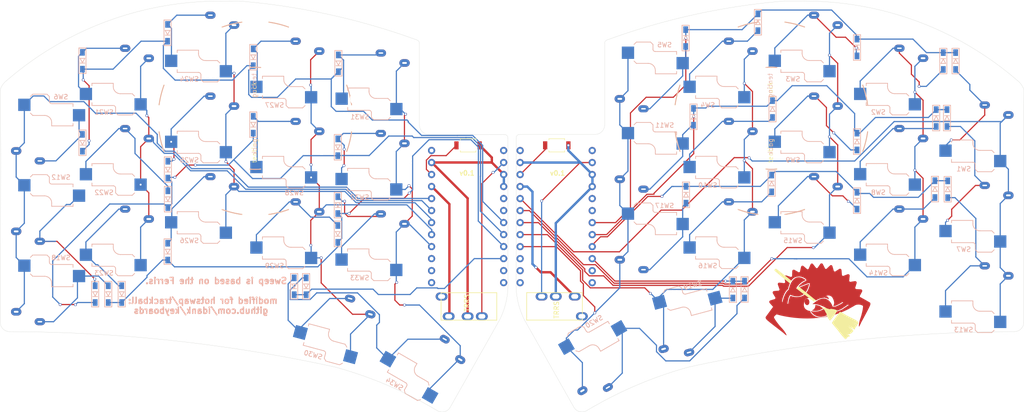
<source format=kicad_pcb>
(kicad_pcb (version 20221018) (generator pcbnew)
  (title_block (title "Corne Light") (date "2018-12-26") (rev "2.1") (company "foostan"))
  (layers (0 "F.Cu" signal) (31 "B.Cu" signal) (34 "B.Paste" user) (35 "F.Paste" user) (36 "B.SilkS" user "B.Silkscreen") (37 "F.SilkS" user "F.Silkscreen") (38 "B.Mask" user) (39 "F.Mask" user) (44 "Edge.Cuts" user))
  (net 0 "")
  (net 1 "row0")
  (net 2 "row1")
  (net 3 "Net-(D1-A)")
  (net 4 "row2")
  (net 5 "Net-(D2-A)")
  (net 6 "row3")
  (net 7 "Net-(D3-A)")
  (net 8 "Net-(D4-A)")
  (net 9 "Net-(D5-A)")
  (net 10 "row0_l")
  (net 11 "Net-(D6-A)")
  (net 12 "Net-(D7-A)")
  (net 13 "Net-(D8-A)")
  (net 14 "Net-(D9-A)")
  (net 15 "Net-(D10-A)")
  (net 16 "Net-(D11-A)")
  (net 17 "row1_l")
  (net 18 "Net-(D12-A)")
  (net 19 "Net-(D13-A)")
  (net 20 "Net-(D14-A)")
  (net 21 "Net-(D15-A)")
  (net 22 "Net-(D16-A)")
  (net 23 "GND")
  (net 24 "VCC")
  (net 25 "col0")
  (net 26 "col1")
  (net 27 "col2")
  (net 28 "col3")
  (net 29 "col4")
  (net 30 "Net-(D17-A)")
  (net 31 "data")
  (net 32 "reset")
  (net 33 "row2_l")
  (net 34 "Net-(D18-A)")
  (net 35 "Net-(D19-A)")
  (net 36 "Net-(D20-A)")
  (net 37 "Net-(D21-A)")
  (net 38 "Net-(D22-A)")
  (net 39 "Net-(D23-A)")
  (net 40 "Net-(D24-A)")
  (net 41 "Net-(D25-A)")
  (net 42 "Net-(D26-A)")
  (net 43 "Net-(D27-A)")
  (net 44 "Net-(D28-A)")
  (net 45 "Net-(D29-A)")
  (net 46 "row3_l")
  (net 47 "Net-(D30-A)")
  (net 48 "Net-(D31-A)")
  (net 49 "Net-(D32-A)")
  (net 50 "Net-(D33-A)")
  (net 51 "Net-(D34-A)")
  (net 54 "data_l")
  (net 55 "reset_l")
  (net 56 "col0_l")
  (net 57 "col1_l")
  (net 58 "col2_l")
  (net 59 "col3_l")
  (net 60 "col4_l")
  (footprint "keyswitches:Kailh_socket_PG1350_optional_oval_1" (layer "F.Cu") (at 226.540246 85.791489 180)
    (fp_text reference "SW15" hide)
    (fp_text value "SW_PUSH")
  )
  (footprint "keyswitches:Kailh_socket_PG1350_optional_oval_1" (layer "F.Cu") (at 208.552246 91.125489 180)
    (fp_text reference "SW16" hide)
    (fp_text value "SW_PUSH")
  )
  (footprint "holykeebs:M2_HOLE_NPH" (layer "F.Cu") (at 189.477246 115.600489)
    (fp_text reference "" hide)
    (fp_text value "M2_HOLE_NPH" hide)
  )
  (footprint "keyswitches:Kailh_socket_PG1350_optional_oval_1" (layer "F.Cu") (at 244.566246 58.657489 180)
    (fp_text reference "SW2" hide)
    (fp_text value "SW_PUSH")
  )
  (footprint "kbd:MJ-4PP-9_1side" (layer "F.Cu") (at 165.728246 107.327489 90)
    (fp_text reference "J1")
    (fp_text value "MJ-4PP-9" hide)
  )
  (footprint "keyswitches:Kailh_socket_PG1350_optional_oval_1" (layer "F.Cu") (at 81.08983 92.660345 180)
    (fp_text reference "SW23" hide)
    (fp_text value "SW_PUSH")
  )
  (footprint "keyswitches:Kailh_socket_PG1350_optional_oval_1" (layer "F.Cu") (at 145.61983 119.368345 150)
    (fp_text reference "SW34" hide)
    (fp_text value "SW_PUSH")
  )
  (footprint "Kailh:ferris_broom" (layer "F.Cu") (at 225.926246 106.619489 7)
    (fp_text reference "G***" hide)
    (fp_text value "LOGO" hide)
  )
  (footprint "keyswitches:Kailh_socket_PG1350_optional_oval_1" (layer "F.Cu") (at 81.08983 75.642345 180)
    (fp_text reference "SW22" hide)
    (fp_text value "SW_PUSH")
  )
  (footprint "keyswitches:Kailh_socket_PG1350_optional_oval_1" (layer "F.Cu") (at 262.584246 87.657489 180)
    (fp_text reference "SW7" hide)
    (fp_text value "SW_PUSH")
  )
  (footprint "kbd:ProMicro_v3" (layer "F.Cu") (at 172.1036 88.858)
    (fp_text reference "U1" hide)
    (fp_text value "ProMicro" hide)
  )
  (footprint "keyswitches:Kailh_socket_PG1350_optional_oval_1" (layer "F.Cu") (at 127.05983 111.368345 165)
    (fp_text reference "SW30" hide)
    (fp_text value "SW_PUSH")
  )
  (footprint "keyswitches:Kailh_socket_PG1350_optional_oval_1" (layer "F.Cu") (at 180.070246 119.357489 30)
    (fp_text reference "SW20" hide)
    (fp_text value "SW_PUSH")
  )
  (footprint "keyswitches:Kailh_socket_PG1350_optional_oval_1" (layer "F.Cu") (at 99.08983 51.668345 180)
    (fp_text reference "SW24" hide)
    (fp_text value "SW_PUSH")
  )
  (footprint "keyswitches:Kailh_socket_PG1350_optional_oval_1" (layer "F.Cu") (at 81.08983 58.668345 180)
    (fp_text reference "SW21" hide)
    (fp_text value "SW_PUSH")
  )
  (footprint "keyswitches:Kailh_socket_PG1350_optional_oval_1" (layer "F.Cu") (at 198.630246 111.357489 15)
    (fp_text reference "SW19" hide)
    (fp_text value "SW_PUSH")
  )
  (footprint "" (layer "F.Cu") (at 196.85 50.38)
    (fp_text reference "")
    (fp_text value "")
  )
  (footprint "" (layer "F.Cu") (at 253.57 87.54)
    (fp_text reference "")
    (fp_text value "")
  )
  (footprint "keyswitches:Kailh_socket_PG1350_optional_oval_1" (layer "F.Cu") (at 244.566246 75.631489 180)
    (fp_text reference "SW8" hide)
    (fp_text value "SW_PUSH")
  )
  (footprint "keyswitches:Kailh_socket_PG1350_optional_oval_1" (layer "F.Cu") (at 117.08983 74.118345 180)
    (fp_text reference "SW28" hide)
    (fp_text value "SW_PUSH")
  )
  (footprint "" (layer "F.Cu") (at 257.247837 60.377142)
    (fp_text reference "")
    (fp_text value "")
  )
  (footprint "keyswitches:Kailh_socket_PG1350_optional_oval_1" (layer "F.Cu") (at 63.08983 87.668345)
    (fp_text reference "SW12" hide)
    (fp_text value "SW_PUSH")
  )
  (footprint "keyswitches:Kailh_socket_PG1350_optional_oval_1" (layer "F.Cu") (at 63.08983 104.668345)
    (fp_text reference "SW18" hide)
    (fp_text value "SW_PUSH")
  )
  (footprint "keyswitches:Kailh_socket_PG1350_optional_oval_1" (layer "F.Cu") (at 63.08983 70.668345)
    (fp_text reference "SW6" hide)
    (fp_text value "SW_PUSH")
  )
  (footprint "keyswitches:Kailh_socket_PG1350_optional_oval_1" (layer "F.Cu") (at 208.552246 74.107489 180)
    (fp_text reference "SW10" hide)
    (fp_text value "SW_PUSH")
  )
  (footprint "keyswitches:Kailh_socket_PG1350_optional_oval_1" (layer "F.Cu") (at 190.538246 59.657489)
    (fp_text reference "SW5" hide)
    (fp_text value "SW_PUSH")
  )
  (footprint "keyswitches:Kailh_socket_PG1350_optional_oval_1" (layer "F.Cu") (at 135.06983 93.676345 180)
    (fp_text reference "SW33" hide)
    (fp_text value "SW_PUSH")
  )
  (footprint "keyswitches:Kailh_socket_PG1350_optional_oval_1" (layer "F.Cu") (at 99.08983 85.802345 180)
    (fp_text reference "SW26" hide)
    (fp_text value "SW_PUSH")
  )
  (footprint "keyswitches:Kailh_socket_PG1350_optional_oval_1" (layer "F.Cu") (at 262.584246 104.657489 180)
    (fp_text reference "SW13" hide)
    (fp_text value "SW_PUSH")
  )
  (footprint "kbd:MJ-4PP-9_1side" (layer "F.Cu") (at 159.70783 107.338345 -90)
    (fp_text reference "J2")
    (fp_text value "MJ-4PP-9" hide)
  )
  (footprint "Button_Switch_SMD:SW_SPST_B3U-1000P" (layer "F.Cu") (at 172.23 73.28)
    (fp_text reference "RSW1" hide)
    (fp_text value "SW_PUSH")
  )
  (footprint "kbd:SW_SPST_B3U-1000P" (layer "F.Cu") (at 153.515 73.29)
    (fp_text reference "RSW2" hide)
    (fp_text value "SW_PUSH")
  )
  (footprint "kbd:Tenting_Puck2" (layer "F.Cu") (at 217.544246 67.557489)
    (fp_text reference "REF**")
    (fp_text value "Tenting Puck")
  )
  (footprint "keyswitches:Kailh_socket_PG1350_optional_oval_1" (layer "F.Cu") (at 117.08983 91.136345 180)
    (fp_text reference "SW29" hide)
    (fp_text value "SW_PUSH")
  )
  (footprint "keyswitches:Kailh_socket_PG1350_optional_oval_1" (layer "F.Cu") (at 262.584246 70.657489 180)
    (fp_text reference "SW1" hide)
    (fp_text value "SW_PUSH")
  )
  (footprint "kbd:ProMicro_v3" (layer "F.Cu") (at 153.404024 88.848424)
    (fp_text reference "U2" hide)
    (fp_text value "ProMicro" hide)
  )
  (footprint "keyswitches:Kailh_socket_PG1350_optional_oval_1" (layer "F.Cu") (at 208.552246 57.157489 180)
    (fp_text reference "SW4" hide)
    (fp_text value "SW_PUSH")
  )
  (footprint "keyswitches:Kailh_socket_PG1350_optional_oval_1" (layer "F.Cu") (at 190.538246 76.647489)
    (fp_text reference "SW11" hide)
    (fp_text value "SW_PUSH")
  )
  (footprint "keyswitches:Kailh_socket_PG1350_optional_oval_1" (layer "F.Cu") (at 226.540246 68.773489 180)
    (fp_text reference "SW9" hide)
    (fp_text value "SW_PUSH")
  )
  (footprint "kbd:Tenting_Puck2" (layer "F.Cu") (at 108.58983 67.568345)
    (fp_text reference "REF**")
    (fp_text value "Tenting Puck")
  )
  (footprint "keyswitches:Kailh_socket_PG1350_optional_oval_1" (layer "F.Cu") (at 190.538246 93.665489)
    (fp_text reference "SW17" hide)
    (fp_text value "SW_PUSH")
  )
  (footprint "keyswitches:Kailh_socket_PG1350_optional_oval_1" (layer "F.Cu") (at 117.08983 57.168345 180)
    (fp_text reference "SW27" hide)
    (fp_text value "SW_PUSH")
  )
  (footprint "keyswitches:Kailh_socket_PG1350_optional_oval_1" (layer "F.Cu") (at 244.566246 92.649489 180)
    (fp_text reference "SW14" hide)
    (fp_text value "SW_PUSH")
  )
  (footprint "keyswitches:Kailh_socket_PG1350_optional_oval_1" (layer "F.Cu") (at 135.06983 76.658345 180)
    (fp_text reference "SW32" hide)
    (fp_text value "SW_PUSH")
  )
  (footprint "keyswitches:Kailh_socket_PG1350_optional_oval_1" (layer "F.Cu") (at 226.540246 51.657489 180)
    (fp_text reference "SW3" hide)
    (fp_text value "SW_PUSH")
  )
  (footprint "keyswitches:Kailh_socket_PG1350_optional_oval_1" (layer "F.Cu") (at 99.08983 68.784345 180)
    (fp_text reference "SW25" hide)
    (fp_text value "SW_PUSH")
  )
  (footprint "keyswitches:Kailh_socket_PG1350_optional_oval_1" (layer "F.Cu") (at 135.08983 59.668345 180)
    (fp_text reference "SW31" hide)
    (fp_text value "SW_PUSH")
  )
  (footprint "kbd:D3_SMD_v2" (layer "B.Cu") (at 90.120424 84.670424 90)
    (fp_text reference "D22" hide)
    (fp_text value "D" hide)
  )
  (footprint "kbd:D3_SMD_v2" (layer "B.Cu") (at 108.150424 54.665424 90)
    (fp_text reference "D27" hide)
    (fp_text value "D" hide)
  )
  (footprint "kbd:D3_SMD_v2" (layer "B.Cu") (at 211.88 103.765 -90)
    (fp_text reference "D20" hide)
    (fp_text value "D" hide)
  )
  (footprint "kbd:D3_SMD_v2" (layer "B.Cu") (at 126.000424 85.920424 90)
    (fp_text reference "D33" hide)
    (fp_text value "D" hide)
  )
  (footprint "kbd:D3_SMD_v2" (layer "B.Cu") (at 74.769576 104.739576 90)
    (fp_text reference "D12" hide)
    (fp_text value "D" hide)
  )
  (footprint "kbd:D3_SMD_v2" (layer "B.Cu") (at 235.62 52.6 -90)
    (fp_text reference "D3" hide)
    (fp_text value "D" hide)
  )
  (footprint "kbd:D3_SMD_v2" (layer "B.Cu") (at 126.000424 92.005424 90)
    (fp_text reference "D29" hide)
    (fp_text value "D" hide)
  )
  (footprint "kbd:D3_SMD_v2" (layer "B.Cu") (at 199.52 83.73 -90)
    (fp_text reference "D17" hide)
    (fp_text value "D" hide)
  )
  (footprint "kbd:D3_SMD_v2" (layer "B.Cu") (at 72.080424 72.740424 90)
    (fp_text reference "D6" hide)
    (fp_text value "D" hide)
  )
  (footprint "kbd:D3_SMD_v2" (layer "B.Cu") (at 90.080424 95.750424 90)
    (fp_text reference "D26" hide)
    (fp_text value "D" hide)
  )
  (footprint "kbd:D3_SMD_v2" (layer "B.Cu") (at 126.120424 55.950424 90)
    (fp_text reference "D31" hide)
    (fp_text value "D" hide)
  )
  (footprint "kbd:D3_SMD_v2" (layer "B.Cu") (at 201.1 67.25 -90)
    (fp_text reference "D11" hide)
    (fp_text value "D" hide)
  )
  (footprint "kbd:D3_SMD_v2" (layer "B.Cu") (at 235.62 84.98 -90)
    (fp_text reference "D15" hide)
    (fp_text value "D" hide)
  )
  (footprint "kbd:D3_SMD_v2" (layer "B.Cu") (at 252.07 82.54 -90)
    (fp_text reference "D14" hide)
    (fp_text value "D" hide)
  )
  (footprint "kbd:D3_SMD_v2" (layer "B.Cu") (at 77.53 104.74 90)
    (fp_text reference "D18" hide)
    (fp_text value "D" hide)
  )
  (footprint "holykeebs:M2_HOLE_NPH" (layer "B.Cu") (at 136.090591 115.613347 180)
    (fp_text reference "" hide)
    (fp_text value "M2_HOLE_NPH" hide)
  )
  (footprint "kbd:D3_SMD_v2" (layer "B.Cu") (at 72.080424 55.400424 90)
    (fp_text reference "D21" hide)
    (fp_text value "D" hide)
  )
  (footprint "kbd:D3_SMD_v2" (layer "B.Cu") (at 217.78 65.61 -90)
    (fp_text reference "D10" hide)
    (fp_text value "D" hide)
  )
  (footprint "kbd:D3_SMD_v2" (layer "B.Cu") (at 214.7 47.265 -90)
    (fp_text reference "D4" hide)
    (fp_text value "D" hide)
  )
  (footprint "" (layer "B.Cu") (at 128.717837 50.392858 180)
    (fp_text reference "")
    (fp_text value "")
  )
  (footprint "kbd:D3_SMD_v2" (layer "B.Cu") (at 253.84 55.46 -90)
    (fp_text reference "D2" hide)
    (fp_text value "D" hide)
  )
  (footprint "kbd:D3_SMD_v2" (layer "B.Cu") (at 252.34 67.51 -90)
    (fp_text reference "D8" hide)
    (fp_text value "D" hide)
  )
  (footprint "kbd:D3_SMD_v2" (layer "B.Cu") (at 209.41 103.78 -90)
    (fp_text reference "D19" hide)
    (fp_text value "D" hide)
  )
  (footprint "kbd:D3_SMD_v2" (layer "B.Cu") (at 119.310424 103.080424 90)
    (fp_text reference "D34" hide)
    (fp_text value "D" hide)
  )
  (footprint "kbd:D3_SMD_v2" (layer "B.Cu") (at 90.050424 49.495424 90)
    (fp_text reference "D24" hide)
    (fp_text value "D" hide)
  )
  (footprint "kbd:D3_SMD_v2" (layer "B.Cu") (at 80.37 104.74 90)
    (fp_text reference "D23" hide)
    (fp_text value "D" hide)
  )
  (footprint "kbd:D3_SMD_v2" (layer "B.Cu") (at 217.6 81.345 -90)
    (fp_text reference "D16" hide)
    (fp_text value "D" hide)
  )
  (footprint "kbd:D3_SMD_v2" (layer "B.Cu") (at 235.62 72.48 -90)
    (fp_text reference "D9" hide)
    (fp_text value "D" hide)
  )
  (footprint "kbd:D3_SMD_v2" (layer "B.Cu") (at 116.790424 103.080424 90)
    (fp_text reference "D30" hide)
    (fp_text value "D" hide)
  )
  (footprint "" (layer "B.Cu") (at 71.997837 87.552858 180)
    (fp_text reference "")
    (fp_text value "")
  )
  (footprint "kbd:D3_SMD_v2" (layer "B.Cu") (at 90.120424 78.420424 90)
    (fp_text reference "D25" hide)
    (fp_text value "D" hide)
  )
  (footprint "kbd:D3_SMD_v2" (layer "B.Cu") (at 254.62 67.51 -90)
    (fp_text reference "D7" hide)
    (fp_text value "D" hide)
  )
  (footprint "kbd:D3_SMD_v2" (layer "B.Cu") (at 254.77 82.57 -90)
    (fp_text reference "D13" hide)
    (fp_text value "D" hide)
  )
  (footprint "kbd:D3_SMD_v2" (layer "B.Cu") (at 256.44 55.46 -90)
    (fp_text reference "D1" hide)
    (fp_text value "D" hide)
  )
  (footprint "kbd:D3_SMD_v2" (layer "B.Cu") (at 199.44 50.6 -90)
    (fp_text reference "D5" hide)
    (fp_text value "D" hide)
  )
  (footprint "kbd:D3_SMD_v2" (layer "B.Cu") (at 126.000424 73.695424 90)
    (fp_text reference "D32" hide)
    (fp_text value "D" hide)
  )
  (footprint "" (layer "B.Cu") (at 68.32 60.39 180)
    (fp_text reference "")
    (fp_text value "")
  )
  (footprint "kbd:D3_SMD_v2" (layer "B.Cu") (at 108.150424 68.920424 90)
    (fp_text reference "D28" hide)
    (fp_text value "D" hide)
  )
  (gr_line (start 220.264469 42.778168) (end 224.465857 42.783628) (stroke (width 0.05)) (layer "Edge.Cuts"))
  (gr_line (start 163.644246 79.695489) (end 163.644246 87.823489) (stroke (width 0.05)) (layer "Edge.Cuts"))
  (gr_line (start 160.187134 110.144495) (end 149.67983 128.73761) (stroke (width 0.05)) (layer "Edge.Cuts"))
  (gr_line (start 145.266832 70.981262) (end 161.17183 70.978345) (stroke (width 0.05)) (layer "Edge.Cuts"))
  (gr_line (start 54.74233 99.010345) (end 54.740084 110.833369) (stroke (width 0.05)) (layer "Edge.Cuts"))
  (gr_line (start 161.92183 96.724345) (end 161.93383 102.820345) (stroke (width 0.05)) (layer "Edge.Cuts"))
  (gr_line (start 161.92183 79.706345) (end 161.92183 87.834345) (stroke (width 0.05)) (layer "Edge.Cuts"))
  (gr_arc (start 161.93383 102.820345) (mid 161.476754 106.581694) (end 160.187134 110.144495) (stroke (width 0.05)) (layer "Edge.Cuts"))
  (gr_line (start 270.812246 93.919489) (end 270.827753 110.820511) (stroke (width 0.05)) (layer "Edge.Cuts"))
  (gr_arc (start 165.378942 110.133639) (mid 164.089332 106.570836) (end 163.632246 102.809489) (stroke (width 0.05)) (layer "Edge.Cuts"))
  (gr_arc (start 142.79712 51.045234) (mid 143.11387 51.322015) (end 143.231875 51.725764) (stroke (width 0.05)) (layer "Edge.Cuts"))
  (gr_line (start 180.299244 70.970406) (end 164.394246 70.967489) (stroke (width 0.05)) (layer "Edge.Cuts"))
  (gr_line (start 270.866191 61.554191) (end 270.812246 75.123489) (stroke (width 0.05)) (layer "Edge.Cuts"))
  (gr_arc (start 105.301607 42.789024) (mid 124.325712 45.662097) (end 142.79712 51.045234) (stroke (width 0.05)) (layer "Edge.Cuts"))
  (gr_line (start 163.644246 95.189489) (end 163.632246 102.809489) (stroke (width 0.05)) (layer "Edge.Cuts"))
  (gr_line (start 54.80583 75.161345) (end 54.74233 99.010345) (stroke (width 0.05)) (layer "Edge.Cuts"))
  (gr_line (start 54.699885 61.565047) (end 54.80583 75.161345) (stroke (width 0.05)) (layer "Edge.Cuts"))
  (gr_arc (start 182.334245 69.039488) (mid 181.711713 70.421205) (end 180.299244 70.970406) (stroke (width 0.05)) (layer "Edge.Cuts"))
  (gr_line (start 165.378942 110.133639) (end 175.886246 128.726754) (stroke (width 0.05)) (layer "Edge.Cuts"))
  (gr_arc (start 56.12683 59.551345) (mid 77.22232 47.075225) (end 101.354219 42.794484) (stroke (width 0.05)) (layer "Edge.Cuts"))
  (gr_arc (start 270.827753 110.820511) (mid 270.176934 112.14892) (end 268.788246 112.658608) (stroke (width 0.05)) (layer "Edge.Cuts"))
  (gr_arc (start 178.618246 129.325489) (mid 189.069758 123.999086) (end 200.147112 120.139435) (stroke (width 0.05)) (layer "Edge.Cuts"))
  (gr_arc (start 182.768956 51.034378) (mid 201.240367 45.651253) (end 220.264469 42.778168) (stroke (width 0.05)) (layer "Edge.Cuts"))
  (gr_arc (start 56.77783 112.669464) (mid 91.298273 114.575896) (end 125.418964 120.150291) (stroke (width 0.05)) (layer "Edge.Cuts"))
  (gr_line (start 143.231831 69.050344) (end 143.231875 51.725764) (stroke (width 0.05)) (layer "Edge.Cuts"))
  (gr_line (start 182.334245 69.039488) (end 182.334201 51.714908) (stroke (width 0.05)) (layer "Edge.Cuts"))
  (gr_line (start 270.812246 75.123489) (end 270.812246 93.919489) (stroke (width 0.05)) (layer "Edge.Cuts"))
  (gr_arc (start 161.17183 70.978345) (mid 161.702149 71.198018) (end 161.92183 71.728345) (stroke (width 0.05)) (layer "Edge.Cuts"))
  (gr_arc (start 149.67983 128.73761) (mid 148.438824 129.60732) (end 146.94783 129.336345) (stroke (width 0.05)) (layer "Edge.Cuts"))
  (gr_arc (start 163.644246 71.717489) (mid 163.8639 71.187132) (end 164.394246 70.967489) (stroke (width 0.05)) (layer "Edge.Cuts"))
  (gr_arc (start 178.618246 129.325489) (mid 177.127251 129.596469) (end 175.886246 128.726754) (stroke (width 0.05)) (layer "Edge.Cuts"))
  (gr_arc (start 269.439246 59.540489) (mid 270.309317 60.436371) (end 270.866191 61.554191) (stroke (width 0.05)) (layer "Edge.Cuts"))
  (gr_line (start 105.301607 42.789024) (end 101.354219 42.794484) (stroke (width 0.05)) (layer "Edge.Cuts"))
  (gr_arc (start 54.699885 61.565047) (mid 55.256755 60.447224) (end 56.12683 59.551345) (stroke (width 0.05)) (layer "Edge.Cuts"))
  (gr_line (start 163.644246 71.717489) (end 163.644246 79.695489) (stroke (width 0.05)) (layer "Edge.Cuts"))
  (gr_arc (start 182.334201 51.714908) (mid 182.452153 51.311125) (end 182.768956 51.034378) (stroke (width 0.05)) (layer "Edge.Cuts"))
  (gr_line (start 161.92183 71.728345) (end 161.92183 79.706345) (stroke (width 0.05)) (layer "Edge.Cuts"))
  (gr_arc (start 200.147112 120.139435) (mid 234.267804 114.565044) (end 268.788246 112.658608) (stroke (width 0.05)) (layer "Edge.Cuts"))
  (gr_arc (start 224.465857 42.783628) (mid 248.46272 47.10895) (end 269.439246 59.540489) (stroke (width 0.05)) (layer "Edge.Cuts"))
  (gr_line (start 161.92183 87.834345) (end 161.92183 96.724345) (stroke (width 0.05)) (layer "Edge.Cuts"))
  (gr_arc (start 56.77783 112.669464) (mid 55.390388 112.16044) (end 54.740084 110.833369) (stroke (width 0.05)) (layer "Edge.Cuts"))
  (gr_arc (start 125.418964 120.150291) (mid 136.496316 124.009947) (end 146.94783 129.336345) (stroke (width 0.05)) (layer "Edge.Cuts"))
  (gr_arc (start 145.266832 70.981262) (mid 143.854353 70.432065) (end 143.231831 69.050344) (stroke (width 0.05)) (layer "Edge.Cuts"))
  (gr_line (start 163.644246 87.823489) (end 163.644246 95.189489) (stroke (width 0.05)) (layer "Edge.Cuts"))
  (gr_text "Sweep is based on the Ferris.\n\n  modified for hotswap/trackball:\n    github.com/idank/keyboards" (at 115.43383 105.061345) (layer "B.SilkS") (effects (font (size 1.3 1.3) (thickness 0.3)) (justify left mirror)))
  (gr_text "v0.1" (at 151.57 79.15) (layer "F.SilkS") (effects (font (size 1 1) (thickness 0.2) bold) (justify left)))
  (gr_text "v0.1" (at 170.69 79.17) (layer "F.SilkS") (effects (font (size 1 1) (thickness 0.2) bold) (justify left)))
  (segment (start 187.79 66.435455) (end 191.105455 63.12) (width 0.25) (layer "F.Cu") (net 1))
  (segment (start 191.105455 63.12) (end 196.84 63.12) (width 0.25) (layer "F.Cu") (net 1))
  (segment (start 179.76 89.62) (end 184.644838 89.62) (width 0.25) (layer "F.Cu") (net 1))
  (segment (start 187.79 86.474838) (end 187.79 66.435455) (width 0.25) (layer "F.Cu") (net 1))
  (segment (start 184.644838 89.62) (end 187.79 86.474838) (width 0.25) (layer "F.Cu") (net 1))
  (segment (start 199.47 60.49) (end 199.47 50.6) (width 0.25) (layer "F.Cu") (net 1))
  (segment (start 196.84 63.12) (end 199.47 60.49) (width 0.25) (layer "F.Cu") (net 1))
  (via (at 199.47 50.6) (size 0.6) (drill 0.4) (layers "F.Cu" "B.Cu") (net 1))
  (segment (start 214.7 45.49) (end 215.507511 44.682489) (width 0.25) (layer "B.Cu") (net 1))
  (segment (start 250.284747 53.685) (end 253.84 53.685) (width 0.25) (layer "B.Cu") (net 1))
  (segment (start 247.424747 50.825) (end 250.284747 53.685) (width 0.25) (layer "B.Cu") (net 1))
  (segment (start 230.262489 44.682489) (end 235.5 49.92) (width 0.25) (layer "B.Cu") (net 1))
  (segment (start 253.84 53.685) (end 256.44 53.685) (width 0.25) (layer "B.Cu") (net 1))
  (segment (start 235.5 49.92) (end 235.5 50.825) (width 0.25) (layer "B.Cu") (net 1))
  (segment (start 199.47 50.6) (end 199.47 48.855) (width 0.25) (layer "B.Cu") (net 1))
  (segment (start 211.365 48.825) (end 214.7 45.49) (width 0.25) (layer "B.Cu") (net 1))
  (segment (start 235.5 50.825) (end 247.424747 50.825) (width 0.25) (layer "B.Cu") (net 1))
  (segment (start 199.47 48.855) (end 199.44 48.825) (width 0.25) (layer "B.Cu") (net 1))
  (segment (start 215.507511 44.682489) (end 230.262489 44.682489) (width 0.25) (layer "B.Cu") (net 1))
  (segment (start 199.44 48.825) (end 211.365 48.825) (width 0.25) (layer "B.Cu") (net 1))
  (segment (start 192.75 83.63) (end 192.75 83.43) (width 0.25) (layer "F.Cu") (net 2))
  (segment (start 201.14 75.04) (end 201.14 67.18) (width 0.25) (layer "F.Cu") (net 2))
  (segment (start 199.64 76.54) (end 201.14 75.04) (width 0.25) (layer "F.Cu") (net 2))
  (segment (start 192.75 83.43) (end 199.64 76.54) (width 0.25) (layer "F.Cu") (net 2))
  (segment (start 179.76 92.16) (end 182.741234 92.16) (width 0.25) (layer "F.Cu") (net 2))
  (segment (start 191.271234 83.63) (end 192.75 83.63) (width 0.25) (layer "F.Cu") (net 2))
  (segment (start 182.741234 92.16) (end 185.745617 89.155617) (width 0.25) (layer "F.Cu") (net 2))
  (segment (start 185.745617 89.155617) (end 191.271234 83.63) (width 0.25) (layer "F.Cu") (net 2))
  (via (at 201.14 67.18) (size 0.6) (drill 0.4) (layers "F.Cu" "B.Cu") (net 2))
  (segment (start 217.78 63.835) (end 218.78 63.835) (width 0.25) (layer "B.Cu") (net 2))
  (segment (start 216.6 65.015) (end 217.78 63.835) (width 0.25) (layer "B.Cu") (net 2))
  (segment (start 221.935 60.68) (end 229.23 60.68) (width 0.25) (layer "B.Cu") (net 2))
  (segment (start 218.78 63.835) (end 221.935 60.68) (width 0.25) (layer "B.Cu") (net 2))
  (segment (start 235.119246 70.204246) (end 235.62 70.705) (width 0.25) (layer "B.Cu") (net 2))
  (segment (start 239.52 67.39) (end 250.685 67.39) (width 0.25) (layer "B.Cu") (net 2))
  (segment (start 203.71 65.385) (end 204.08 65.015) (width 0.25) (layer "B.Cu") (net 2))
  (segment (start 201.14 67.18) (end 201.14 65.515) (width 0.25) (layer "B.Cu") (net 2))
  (segment (start 252.34 65.735) (end 254.62 65.735) (width 0.25) (layer "B.Cu") (net 2))
  (segment (start 235.62 70.705) (end 236.205 70.705) (width 0.25) (layer "B.Cu") (net 2))
  (segment (start 250.685 67.39) (end 252.34 65.735) (width 0.25) (layer "B.Cu") (net 2))
  (segment (start 204.08 65.015) (end 216.6 65.015) (width 0.25) (layer "B.Cu") (net 2))
  (segment (start 201.14 65.515) (end 201.1 65.475) (width 0.25) (layer "B.Cu") (net 2))
  (segment (start 236.205 70.705) (end 239.52 67.39) (width 0.25) (layer "B.Cu") (net 2))
  (segment (start 235.119246 66.569246) (end 235.119246 70.204246) (width 0.25) (layer "B.Cu") (net 2))
  (segment (start 229.23 60.68) (end 235.119246 66.569246) (width 0.25) (layer "B.Cu") (net 2))
  (segment (start 201.19 65.385) (end 201.1 65.475) (width 0.25) (layer "B.Cu") (net 2))
  (segment (start 203.71 65.385) (end 201.19 65.385) (width 0.25) (layer "B.Cu") (net 2))
  (segment (start 262.584246 64.757489) (end 262.584246 66.891173) (width 0.25) (layer "F.Cu") (net 3))
  (segment (start 262.584246 66.891173) (end 257.335419 72.14) (width 0.25) (layer "F.Cu") (net 3))
  (segment (start 257.335419 72.14) (end 255.53 72.14) (width 0.25) (layer "F.Cu") (net 3))
  (via (at 255.53 72.14) (size 0.6) (drill 0.4) (layers "F.Cu" "B.Cu") (net 3))
  (segment (start 256.44 57.412629) (end 256.44 57.235) (width 0.25) (layer "B.Cu") (net 3))
  (segment (start 259.446757 61.62) (end 262.584246 64.757489) (width 0.25) (layer "B.Cu") (net 3))
  (segment (start 259.446757 61.62) (end 259.446757 60.419386) (width 0.25) (layer "B.Cu") (net 3))
  (segment (start 255.53 72.14) (end 254.309246 73.360754) (width 0.25) (layer "B.Cu") (net 3))
  (segment (start 259.446757 60.419386) (end 256.44 57.412629) (width 0.25) (layer "B.Cu") (net 3))
  (segment (start 254.309246 73.360754) (end 254.309246 74.407489) (width 0.25) (layer "B.Cu") (net 3))
  (segment (start 181.47 92.61) (end 182.92763 92.61) (width 0.25) (layer "F.Cu") (net 4))
  (segment (start 182.92763 92.61) (end 191.45763 84.08) (width 0.25) (layer "F.Cu") (net 4))
  (segment (start 179.76 94.7) (end 179.76 94.32) (width 0.25) (layer "F.Cu") (net 4))
  (segment (start 179.76 94.32) (end 181.47 92.61) (width 0.25) (layer "F.Cu") (net 4))
  (segment (start 191.45763 84.08) (end 194.43 84.08) (width 0.25) (layer "F.Cu") (net 4))
  (via (at 194.43 84.08) (size 0.6) (drill 0.4) (layers "F.Cu" "B.Cu") (net 4))
  (segment (start 194.43 84.08) (end 196.535 81.975) (width 0.25) (layer "B.Cu") (net 4))
  (segment (start 238.296489 83.456489) (end 239.11 84.27) (width 0.25) (layer "B.Cu") (net 4))
  (segment (start 215.215 81.955) (end 217.6 79.57) (width 0.25) (layer "B.Cu") (net 4))
  (segment (start 231.231489 78.816489) (end 235.62 83.205) (width 0.25) (layer "B.Cu") (net 4))
  (segment (start 217.6 79.57) (end 218.353511 78.816489) (width 0.25) (layer "B.Cu") (net 4))
  (segment (start 199.52 81.955) (end 215.215 81.955) (width 0.25) (layer "B.Cu") (net 4))
  (segment (start 235.871489 83.456489) (end 238.296489 83.456489) (width 0.25) (layer "B.Cu") (net 4))
  (segment (start 252.07 80.765) (end 254.74 80.765) (width 0.25) (layer "B.Cu") (net 4))
  (segment (start 218.353511 78.816489) (end 231.231489 78.816489) (width 0.25) (layer "B.Cu") (net 4))
  (segment (start 196.84 81.975) (end 199.5 81.975) (width 0.25) (layer "B.Cu") (net 4))
  (segment (start 235.62 83.205) (end 235.871489 83.456489) (width 0.25) (layer "B.Cu") (net 4))
  (segment (start 239.11 84.27) (end 248.565 84.27) (width 0.25) (layer "B.Cu") (net 4))
  (segment (start 196.535 81.975) (end 196.84 81.975) (width 0.25) (layer "B.Cu") (net 4))
  (segment (start 254.74 80.765) (end 254.77 80.795) (width 0.25) (layer "B.Cu") (net 4))
  (segment (start 248.565 84.27) (end 252.07 80.765) (width 0.25) (layer "B.Cu") (net 4))
  (segment (start 199.5 81.975) (end 199.52 81.955) (width 0.25) (layer "B.Cu") (net 4))
  (segment (start 244.566246 53.806246) (end 244.566246 52.757489) (width 0.25) (layer "F.Cu") (net 5))
  (segment (start 248.75 60.82) (end 248.75 59.886244) (width 0.25) (layer "F.Cu") (net 5))
  (segment (start 248.75 59.886244) (end 247.11 58.246244) (width 0.25) (layer "F.Cu") (net 5))
  (segment (start 247.11 56.35) (end 244.566246 53.806246) (width 0.25) (layer "F.Cu") (net 5))
  (segment (start 247.11 58.246244) (end 247.11 56.35) (width 0.25) (layer "F.Cu") (net 5))
  (via (at 248.75 60.82) (size 0.6) (drill 0.4) (layers "F.Cu" "B.Cu") (net 5))
  (segment (start 253.84 57.235) (end 250.255 60.82) (width 0.25) (layer "B.Cu") (net 5))
  (segment (start 236.291246 59.698805) (end 243.232562 52.757489) (width 0.25) (layer "B.Cu") (net 5))
  (segment (start 250.255 60.82) (end 248.75 60.82) (width 0.25) (layer "B.Cu") (net 5))
  (segment (start 236.291246 62.407489) (end 236.291246 59.698805) (width 0.25) (layer "B.Cu") (net 5))
  (segment (start 243.232562 52.757489) (end 244.566246 52.757489) (width 0.25) (layer "B.Cu") (net 5))
  (segment (start 184.5 101.98) (end 207.86 101.98) (width 0.25) (layer "F.Cu") (net 6))
  (segment (start 179.76 97.24) (end 184.5 101.98) (width 0.25) (layer "F.Cu") (net 6))
  (via (at 207.86 101.98) (size 0.6) (drill 0.4) (layers "F.Cu" "B.Cu") (net 6))
  (segment (start 209.385 101.98) (end 209.41 102.005) (width 0.25) (layer "B.Cu") (net 6))
  (segment (start 207.86 101.98) (end 209.385 101.98) (width 0.25) (layer "B.Cu") (net 6))
  (segment (start 211.865 102.005) (end 211.88 101.99) (width 0.25) (layer "B.Cu") (net 6))
  (segment (start 209.41 102.005) (end 211.865 102.005) (width 0.25) (layer "B.Cu") (net 6))
  (segment (start 231.214346 50.431589) (end 233.211589 50.431589) (width 0.25) (layer "F.Cu") (net 7))
  (segment (start 233.211589 50.431589) (end 235.47 52.69) (width 0.25) (layer "F.Cu") (net 7))
  (segment (start 226.540246 45.757489) (end 231.214346 50.431589) (width 0.25) (layer "F.Cu") (net 7))
  (via (at 235.47 52.69) (size 0.6) (drill 0.4) (layers "F.Cu" "B.Cu") (net 7))
  (segment (start 225.206562 45.757489) (end 226.540246 45.757489) (width 0.25) (layer "B.Cu") (net 7))
  (segment (start 218.265246 55.407489) (end 218.265246 52.698805) (width 0.25) (layer "B.Cu") (net 7))
  (segment (start 235.47 52.69) (end 235.47 54.225) (width 0.25) (layer "B.Cu") (net 7))
  (segment (start 235.47 54.225) (end 235.62 54.375) (width 0.25) (layer "B.Cu") (net 7))
  (segment (start 218.265246 52.698805) (end 225.206562 45.757489) (width 0.25) (layer "B.Cu") (net 7))
  (segment (start 212.482511 51.257489) (end 214.7 49.04) (width 0.25) (layer "B.Cu") (net 8))
  (segment (start 207.218562 51.257489) (end 200.277246 58.198805) (width 0.25) (layer "B.Cu") (net 8))
  (segment (start 208.552246 51.257489) (end 212.482511 51.257489) (width 0.25) (layer "B.Cu") (net 8))
  (segment (start 208.552246 51.257489) (end 207.218562 51.257489) (width 0.25) (layer "B.Cu") (net 8))
  (segment (start 200.277246 58.198805) (end 200.277246 60.907489) (width 0.25) (layer "B.Cu") (net 8))
  (segment (start 191.87193 65.557489) (end 198.813246 58.616173) (width 0.25) (layer "B.Cu") (net 9))
  (segment (start 190.538246 65.557489) (end 191.87193 65.557489) (width 0.25) (layer "B.Cu") (net 9))
  (segment (start 199.44 55.280735) (end 198.813246 55.907489) (width 0.25) (layer "B.Cu") (net 9))
  (segment (start 198.813246 58.616173) (end 198.813246 55.907489) (width 0.25) (layer "B.Cu") (net 9))
  (segment (start 199.44 52.375) (end 199.44 55.280735) (width 0.25) (layer "B.Cu") (net 9))
  (segment (start 73.490424 60.690424) (end 72.250424 59.450424) (width 0.25) (layer "F.Cu") (net 10))
  (segment (start 73.490424 72.320424) (end 73.490424 60.690424) (width 0.25) (layer "F.Cu") (net 10))
  (via (at 72.250424 59.450424) (size 0.6) (drill 0.4) (layers "F.Cu" "B.Cu") (net 10))
  (via (at 73.490424 72.320424) (size 0.6) (drill 0.4) (layers "F.Cu" "B.Cu") (net 10))
  (segment (start 90.050424 51.270424) (end 84.458031 51.270424) (width 0.25) (layer "B.Cu") (net 10))
  (segment (start 72.250424 57.345424) (end 72.080424 57.175424) (width 0.25) (layer "B.Cu") (net 10))
  (segment (start 124.620424 59.225424) (end 124.620424 65.080424) (width 0.25) (layer "B.Cu") (net 10))
  (segment (start 140.60682 67.930424) (end 140.870424 68.194028) (width 0.25) (layer "B.Cu") (net 10))
  (segment (start 124.588003 59.257845) (end 117.113003 59.257845) (width 0.25) (layer "B.Cu") (net 10))
  (segment (start 140.870424 68.194028) (end 140.870424 68.370424) (width 0.25) (layer "B.Cu") (net 10))
  (segment (start 125.633345 66.093345) (end 131.439741 66.093345) (width 0.25) (layer "B.Cu") (net 10))
  (segment (start 154.459576 71.179576) (end 156.580424 73.300424) (width 0.25) (layer "B.Cu") (net 10))
  (segment (start 126.120424 57.725424) (end 124.588003 59.257845) (width 0.25) (layer "B.Cu") (net 10))
  (segment (start 106.816908 56.440424) (end 103.763987 59.493345) (width 0.25) (layer "B.Cu") (net 10))
  (segment (start 126.765424 57.080424) (end 126.120424 57.725424) (width 0.25) (layer "B.Cu") (net 10))
  (segment (start 73.490424 73.105424) (end 73.490424 72.320424) (width 0.25) (layer "B.Cu") (net 10))
  (segment (start 84.458031 51.270424) (end 78.553031 57.175424) (width 0.25) (layer "B.Cu") (net 10))
  (segment (start 140.870424 68.370424) (end 143.686302 71.186302) (width 0.25) (layer "B.Cu") (net 10))
  (segment (start 72.080424 74.515424) (end 73.490424 73.105424) (width 0.25) (layer "B.Cu") (net 10))
  (segment (start 156.580424 85.130424) (end 161.060424 89.610424) (width 0.25) (layer "B.Cu") (net 10))
  (segment (start 143.686302 71.186302) (end 151.244305 71.186302) (width 0.25) (layer "B.Cu") (net 10))
  (segment (start 91.63983 59.493345) (end 89.170424 57.023939) (width 0.25) (layer "B.Cu") (net 10))
  (segment (start 151.244305 71.186302) (end 151.250442 71.180165) (width 0.25) (layer "B.Cu") (net 10))
  (segment (start 89.170424 57.023939) (end 89.170424 52.150424) (width 0.25) (layer "B.Cu") (net 10))
  (segment (start 124.620424 65.080424) (end 125.633345 66.093345) (width 0.25) (layer "B.Cu") (net 10))
  (segment (start 107.18983 62.543345) (end 107.18983 57.401018) (width 0.25) (layer "B.Cu") (net 10))
  (segment (start 108.150424 56.440424) (end 106.816908 56.440424) (width 0.25) (layer "B.Cu") (net 10))
  (segment (start 107.786909 63.140424) (end 107.18983 62.543345) (width 0.25) (layer "B.Cu") (net 10))
  (segment (start 72.250424 59.450424) (end 72.250424 57.345424) (width 0.25) (layer "B.Cu") (net 10))
  (segment (start 151.250442 71.180165) (end 154.459576 71.179576) (width 0.25) (layer "B.Cu") (net 10))
  (segment (start 89.170424 52.150424) (end 90.050424 51.270424) (width 0.25) (layer "B.Cu") (net 10))
  (segment (start 107.18983 57.401018) (end 108.150424 56.440424) (width 0.25) (layer "B.Cu") (net 10))
  (segment (start 117.113003 59.257845) (end 113.230424 63.140424) (width 0.25) (layer "B.Cu") (net 10))
  (segment (start 131.439741 66.093345) (end 133.27682 67.930424) (width 0.25) (layer "B.Cu") (net 10))
  (segment (start 156.580424 73.300424) (end 156.580424 85.130424) (width 0.25) (layer "B.Cu") (net 10))
  (segment (start 103.763987 59.493345) (end 91.63983 59.493345) (width 0.25) (layer "B.Cu") (net 10))
  (segment (start 113.230424 63.140424) (end 107.786909 63.140424) (width 0.25) (layer "B.Cu") (net 10))
  (segment (start 133.27682 67.930424) (end 140.60682 67.930424) (width 0.25) (layer "B.Cu") (net 10))
  (segment (start 78.553031 57.175424) (end 72.080424 57.175424) (width 0.25) (layer "B.Cu") (net 10))
  (segment (start 126.120424 57.725424) (end 124.620424 59.225424) (width 0.25) (layer "B.Cu") (net 10))
  (segment (start 66.477503 76.568345) (end 63.08983 76.568345) (width 0.25) (layer "B.Cu") (net 11))
  (segment (start 72.080424 70.965424) (end 66.477503 76.568345) (width 0.25) (layer "B.Cu") (net 11))
  (segment (start 71.36483 70.24983) (end 72.080424 70.965424) (width 0.25) (layer "B.Cu") (net 11))
  (segment (start 71.36483 66.918345) (end 71.36483 70.24983) (width 0.25) (layer "B.Cu") (net 11))
  (segment (start 260.642511 81.757489) (end 262.584246 81.757489) (width 0.25) (layer "F.Cu") (net 12))
  (segment (start 254.74 89.13) (end 255.61 88.26) (width 0.25) (layer "F.Cu") (net 12))
  (segment (start 255.61 86.79) (end 260.642511 81.757489) (width 0.25) (layer "F.Cu") (net 12))
  (segment (start 255.61 88.26) (end 255.61 86.79) (width 0.25) (layer "F.Cu") (net 12))
  (via (at 254.74 89.13) (size 0.6) (drill 0.4) (layers "F.Cu" "B.Cu") (net 12))
  (segment (start 254.74 89.13) (end 254.309246 89.560754) (width 0.25) (layer "B.Cu") (net 12))
  (segment (start 254.309246 89.560754) (end 254.309246 91.407489) (width 0.25) (layer "B.Cu") (net 12))
  (segment (start 257.445441 69.285) (end 260.494746 72.334305) (width 0.25) (layer "B.Cu") (net 12))
  (segment (start 260.494746 79.667989) (end 262.584246 81.757489) (width 0.25) (layer "B.Cu") (net 12))
  (segment (start 260.494746 72.334305) (end 260.494746 79.667989) (width 0.25) (layer "B.Cu") (net 12))
  (segment (start 254.62 69.285) (end 257.445441 69.285) (width 0.25) (layer "B.Cu") (net 12))
  (segment (start 244.566246 69.731489) (end 243.232562 69.731489) (width 0.25) (layer "B.Cu") (net 13))
  (segment (start 236.291246 76.672805) (end 236.291246 79.381489) (width 0.25) (layer "B.Cu") (net 13))
  (segment (start 251.893511 69.731489) (end 252.34 69.285) (width 0.25) (layer "B.Cu") (net 13))
  (segment (start 244.566246 69.731489) (end 251.893511 69.731489) (width 0.25) (layer "B.Cu") (net 13))
  (segment (start 243.232562 69.731489) (end 236.291246 76.672805) (width 0.25) (layer "B.Cu") (net 13))
  (segment (start 229.17 65.29) (end 226.753489 62.873489) (width 0.25) (layer "F.Cu") (net 14))
  (segment (start 226.753489 62.873489) (end 226.540246 62.873489) (width 0.25) (layer "F.Cu") (net 14))
  (segment (start 230.7 70.64) (end 229.17 69.11) (width 0.25) (layer "F.Cu") (net 14))
  (segment (start 229.17 69.11) (end 229.17 65.29) (width 0.25) (layer "F.Cu") (net 14))
  (via (at 230.7 70.64) (size 0.6) (drill 0.4) (layers "F.Cu" "B.Cu") (net 14))
  (segment (start 225.206562 62.873489) (end 226.540246 62.873489) (width 0.25) (layer "B.Cu") (net 14))
  (segment (start 234.315 74.255) (end 230.7 70.64) (width 0.25) (layer "B.Cu") (net 14))
  (segment (start 218.265246 72.523489) (end 218.265246 69.814805) (width 0.25) (layer "B.Cu") (net 14))
  (segment (start 218.265246 69.814805) (end 225.206562 62.873489) (width 0.25) (layer "B.Cu") (net 14))
  (segment (start 235.62 74.255) (end 234.315 74.255) (width 0.25) (layer "B.Cu") (net 14))
  (segment (start 200.277246 77.857489) (end 200.277246 75.148805) (width 0.25) (layer "B.Cu") (net 15))
  (segment (start 216.957511 68.207489) (end 217.78 67.385) (width 0.25) (layer "B.Cu") (net 15))
  (segment (start 208.552246 68.207489) (end 216.957511 68.207489) (width 0.25) (layer "B.Cu") (net 15))
  (segment (start 207.218562 68.207489) (end 208.552246 68.207489) (width 0.25) (layer "B.Cu") (net 15))
  (segment (start 200.277246 75.148805) (end 207.218562 68.207489) (width 0.25) (layer "B.Cu") (net 15))
  (segment (start 191.888246 82.547489) (end 198.813246 75.622489) (width 0.25) (layer "B.Cu") (net 16))
  (segment (start 198.813246 72.897489) (end 198.813246 71.031754) (width 0.25) (layer "B.Cu") (net 16))
  (segment (start 201.19 68.935) (end 201.1 69.025) (width 0.25) (layer "B.Cu") (net 16))
  (segment (start 198.813246 71.031754) (end 201.28 68.565) (width 0.25) (layer "B.Cu") (net 16))
  (segment (start 198.813246 75.622489) (end 198.813246 72.897489) (width 0.25) (layer "B.Cu") (net 16))
  (segment (start 190.538246 82.547489) (end 191.888246 82.547489) (width 0.25) (layer "B.Cu") (net 16))
  (segment (start 94.190424 77.450424) (end 91.590424 80.050424) (width 0.25) (layer "F.Cu") (net 17))
  (segment (start 70.56 106.94) (end 70.6 106.98) (width 0.25) (layer "F.Cu") (net 17))
  (segment (start 95.930424 77.450424) (end 94.190424 77.450424) (width 0.25) (layer "F.Cu") (net 17))
  (segment (start 67.39 106.94) (end 70.56 106.94) (width 0.25) (layer "F.Cu") (net 17))
  (via (at 95.930424 77.450424) (size 0.6) (drill 0.4) (layers "F.Cu" "B.Cu") (net 17))
  (via (at 67.39 106.94) (size 0.6) (drill 0.4) (layers "F.Cu" "B.Cu") (net 17))
  (via (at 91.590424 80.050424) (size 0.6) (drill 0.4) (layers "F.Cu" "B.Cu") (net 17))
  (via (at 70.6 106.98) (size 0.6) (drill 0.4) (layers "F.Cu" "B.Cu") (net 17))
  (segment (start 65.801107 97.719741) (end 65.801107 105.351107) (width 0.25) (layer "B.Cu") (net 17))
  (segment (start 70.6 106.98) (end 71.065424 106.514576) (width 0.25) (layer "B.Cu") (net 17))
  (segment (start 77.835503 85.685345) (end 72.080424 91.440424) (width 0.25) (layer "B.Cu") (net 17))
  (segment (start 90.120424 86.445424) (end 89.360345 85.685345) (width 0.25) (layer "B.Cu") (net 17))
  (segment (start 65.801107 105.351107) (end 67.39 106.94) (width 0.25) (layer "B.Cu") (net 17))
  (segment (start 136.740424 71.320424) (end 132.628403 75.432445) (width 0.25) (layer "B.Cu") (net 17))
  (segment (start 90.265424 80.050424) (end 90.120424 80.195424) (width 0.25) (layer "B.Cu") (net 17))
  (segment (start 126.000424 75.470424) (end 118.69275 75.470424) (width 0.25) (layer "B.Cu") (net 17))
  (segment (start 102.898751 77.450424) (end 95.930424 77.450424) (width 0.25) (layer "B.Cu") (net 17))
  (segment (start 156.110424 87.200424) (end 156.110424 79.840424) (width 0.25) (layer "B.Cu") (net 17))
  (segment (start 118.69275 75.470424) (end 113.86275 80.300424) (width 0.25) (layer "B.Cu") (net 17))
  (segment (start 91.590424 80.050424) (end 90.265424 80.050424) (width 0.25) (layer "B.Cu") (net 17))
  (segment (start 161.060424 92.150424) (end 156.110424 87.200424) (width 0.25) (layer "B.Cu") (net 17))
  (segment (start 72.080424 91.440424) (end 65.801107 97.719741) (width 0.25) (layer "B.Cu") (net 17))
  (segment (start 154.273214 71.62961) (end 153.070613 71.629831) (width 0.25) (layer "B.Cu") (net 17))
  (segment (start 108.150424 70.695424) (end 108.150424 72.198751) (width 0.25) (layer "B.Cu") (net 17))
  (segment (start 113.86275 80.300424) (end 107.996909 80.300424) (width 0.25) (layer "B.Cu") (net 17))
  (segment (start 141.710424 71.320424) (end 136.740424 71.320424) (width 0.25) (layer "B.Cu") (net 17))
  (segment (start 90.120424 80.195424) (end 90.945424 81.020424) (width 0.25) (layer "B.Cu") (net 17))
  (segment (start 71.065424 106.514576) (end 74.769576 106.514576) (width 0.25) (layer "B.Cu") (net 17))
  (segment (start 90.945424 85.620424) (end 90.120424 86.445424) (width 0.25) (layer "B.Cu") (net 17))
  (segment (start 156.110424 79.840424) (end 156.130424 79.820424) (width 0.25) (layer "B.Cu") (net 17))
  (segment (start 104.066072 76.369587) (end 103.979587 76.369587) (width 0.25) (layer "B.Cu") (net 17))
  (segment (start 156.130424 73.48682) (end 154.273214 71.62961) (width 0.25) (layer "B.Cu") (net 17))
  (segment (start 90.945424 81.020424) (end 90.945424 85.620424) (width 0.25) (layer "B.Cu") (net 17))
  (segment (start 132.628403 75.432445) (end 126.038403 75.432445) (width 0.25) (layer "B.Cu") (net 17))
  (segment (start 103.979587 76.369587) (end 102.898751 77.450424) (width 0.25) (layer "B.Cu") (net 17))
  (segment (start 89.360345 85.685345) (end 77.835503 85.685345) (width 0.25) (layer "B.Cu") (net 17))
  (segment (start 156.130424 79.820424) (end 156.130424 73.48682) (width 0.25) (layer "B.Cu") (net 17))
  (segment (start 153.070613 71.629831) (end 153.064142 71.636302) (width 0.25) (layer "B.Cu") (net 17))
  (segment (start 153.064142 71.636302) (end 142.026302 71.636302) (width 0.25) (layer "B.Cu") (net 17))
  (segment (start 142.026302 71.636302) (end 141.710424 71.320424) (width 0.25) (layer "B.Cu") (net 17))
  (segment (start 107.996909 80.300424) (end 104.066072 76.369587) (width 0.25) (layer "B.Cu") (net 17))
  (segment (start 126.038403 75.432445) (end 126.000424 75.470424) (width 0.25) (layer "B.Cu") (net 17))
  (segment (start 108.150424 72.198751) (end 103.979587 76.369587) (width 0.25) (layer "B.Cu") (net 17))
  (segment (start 66.7055 93.568345) (end 74.68 101.542845) (width 0.25) (layer "F.Cu") (net 18))
  (segment (start 63.08983 93.568345) (end 66.7055 93.568345) (width 0.25) (layer "F.Cu") (net 18))
  (via (at 74.68 101.542845) (size 0.6) (drill 0.4) (layers "F.Cu" "B.Cu") (net 18))
  (segment (start 74.68 101.542845) (end 74.68 102.875) (width 0.25) (layer "B.Cu") (net 18))
  (segment (start 74.68 102.875) (end 74.769576 102.964576) (width 0.25) (layer "B.Cu") (net 18))
  (segment (start 68.706655 85.793345) (end 63.08983 91.41017) (width 0.25) (layer "B.Cu") (net 18))
  (segment (start 69.48983 85.793345) (end 68.706655 85.793345) (width 0.25) (layer "B.Cu") (net 18))
  (segment (start 63.08983 91.41017) (end 63.08983 93.568345) (width 0.25) (layer "B.Cu") (net 18))
  (segment (start 71.36483 83.918345) (end 69.48983 85.793345) (width 0.25) (layer "B.Cu") (net 18))
  (segment (start 66.402503 93.568345) (end 63.08983 93.568345) (width 0.25) (layer "B.Cu") (net 18))
  (segment (start 259.552511 98.757489) (end 262.584246 98.757489) (width 0.25) (layer "B.Cu") (net 19))
  (segment (start 254.77 84.345) (end 256.316758 84.345) (width 0.25) (layer "B.Cu") (net 19))
  (segment (start 256.316758 84.345) (end 260.709246 88.737488) (width 0.25) (layer "B.Cu") (net 19))
  (segment (start 254.309246 104.000754) (end 259.552511 98.757489) (width 0.25) (layer "B.Cu") (net 19))
  (segment (start 260.709246 96.882489) (end 262.584246 98.757489) (width 0.25) (layer "B.Cu") (net 19))
  (segment (start 254.309246 108.407489) (end 254.309246 104.000754) (width 0.25) (layer "B.Cu") (net 19))
  (segment (start 260.709246 88.737488) (end 260.709246 96.882489) (width 0.25) (layer "B.Cu") (net 19))
  (segment (start 244.566246 86.749489) (end 243.232562 86.749489) (width 0.25) (layer "B.Cu") (net 20))
  (segment (start 244.566246 86.749489) (end 249.635511 86.749489) (width 0.25) (layer "B.Cu") (net 20))
  (segment (start 243.232562 86.749489) (end 236.291246 93.690805) (width 0.25) (layer "B.Cu") (net 20))
  (segment (start 236.291246 93.690805) (end 236.291246 96.399489) (width 0.25) (layer "B.Cu") (net 20))
  (segment (start 249.635511 86.749489) (end 252.07 84.315) (width 0.25) (layer "B.Cu") (net 20))
  (segment (start 230.43 83.96) (end 232.63 83.96) (width 0.25) (layer "F.Cu") (net 21))
  (segment (start 232.63 83.96) (end 233.8 85.13) (width 0.25) (layer "F.Cu") (net 21))
  (segment (start 226.540246 79.891489) (end 226.540246 80.070246) (width 0.25) (layer "F.Cu") (net 21))
  (segment (start 226.540246 80.070246) (end 230.43 83.96) (width 0.25) (layer "F.Cu") (net 21))
  (via (at 233.8 85.13) (size 0.6) (drill 0.4) (layers "F.Cu" "B.Cu") (net 21))
  (segment (start 219.019246 86.060754) (end 225.188511 79.891489) (width 0.25) (layer "B.Cu") (net 21))
  (segment (start 233.8 85.13) (end 233.995 85.13) (width 0.25) (layer "B.Cu") (net 21))
  (segment (start 219.019246 88.787489) (end 219.019246 86.060754) (width 0.25) (layer "B.Cu") (net 21))
  (segment (start 233.995 85.13) (end 235.62 86.755) (width 0.25) (layer "B.Cu") (net 21))
  (segment (start 225.188511 79.891489) (end 226.540246 79.891489) (width 0.25) (layer "B.Cu") (net 21))
  (segment (start 218.265246 89.541489) (end 219.019246 88.787489) (width 0.25) (layer "B.Cu") (net 21))
  (segment (start 200.277246 94.875489) (end 200.277246 92.166805) (width 0.25) (layer "B.Cu") (net 22))
  (segment (start 215.494511 85.225489) (end 217.6 83.12) (width 0.25) (layer "B.Cu") (net 22))
  (segment (start 208.552246 85.225489) (end 215.494511 85.225489) (width 0.25) (layer "B.Cu") (net 22))
  (segment (start 207.218562 85.225489) (end 208.552246 85.225489) (width 0.25) (layer "B.Cu") (net 22))
  (segment (start 200.277246 92.166805) (end 207.218562 85.225489) (width 0.25) (layer "B.Cu") (net 22))
  (segment (start 153.40783 84.47783) (end 145.840424 76.910424) (width 0.5) (layer "F.Cu") (net 23))
  (segment (start 158.520424 76.910424) (end 158.520424 75.865424) (width 0.5) (layer "F.Cu") (net 23))
  (segment (start 153.40783 109.438345) (end 153.40783 84.47783) (width 0.5) (layer "F.Cu") (net 23))
  (segment (start 145.840424 76.910424) (end 158.520424 76.910424) (width 0.5) (layer "F.Cu") (net 23))
  (segment (start 158.520424 76.910424) (end 161.060424 79.450424) (width 0.5) (layer "F.Cu") (net 23))
  (segment (start 158.520424 75.865424) (end 155.945 73.29) (width 0.5) (layer "F.Cu") (net 23))
  (via (at 174.68 73.28) (size 0.6) (drill 0.4) (layers "F.Cu" "B.Cu") (net 23))
  (segment (start 164.54 76.92) (end 177.22 76.92) (width 0.5) (layer "B.Cu") (net 23))
  (segment (start 177.22 76.92) (end 174.68 74.38) (width 0.5) (layer "B.Cu") (net 23))
  (segment (start 161.060424 79.450424) (end 161.060424 81.990424) (width 0.5) (layer "B.Cu") (net 23))
  (segment (start 172.028246 89.731754) (end 179.76 82) (width 0.5) (layer "B.Cu") (net 23))
  (segment (start 177.22 76.92) (end 179.76 79.46) (width 0.5) (layer "B.Cu") (net 23))
  (segment (start 172.028246 105.227489) (end 172.028246 89.731754) (width 0.5) (layer "B.Cu") (net 23))
  (segment (start 174.68 74.38) (end 174.68 73.28) (width 0.5) (layer "B.Cu") (net 23))
  (segment (start 179.76 79.46) (end 179.76 82) (width 0.5) (layer "B.Cu") (net 23))
  (segment (start 168.86 100.11) (end 170.910757 100.11) (width 0.5) (layer "F.Cu") (net 24))
  (segment (start 167.84 99.09) (end 168.86 100.11) (width 0.5) (layer "F.Cu") (net 24))
  (segment (start 149.55783 85.70783) (end 149.55783 109.288345) (width 0.5) (layer "F.Cu") (net 24))
  (segment (start 170.910757 100.11) (end 176.028246 105.227489) (width 0.5) (layer "F.Cu") (net 24))
  (segment (start 149.55783 109.288345) (end 149.40783 109.438345) (width 0.5) (layer "F.Cu") (net 24))
  (segment (start 145.840424 81.990424) (end 149.55783 85.70783) (width 0.5) (layer "F.Cu") (net 24))
  (via (at 167.84 99.09) (size 0.6) (drill 0.4) (layers "F.Cu" "B.Cu") (net 24))
  (segment (start 167.84 99.09) (end 167.1 98.35) (width 0.5) (layer "B.Cu") (net 24))
  (segment (start 167.1 98.35) (end 167.1 83.1) (width 0.5) (layer "B.Cu") (net 24))
  (segment (start 166 82) (end 164.54 82) (width 0.5) (layer "B.Cu") (net 24))
  (segment (start 167.1 83.1) (end 166 82) (width 0.5) (layer "B.Cu") (net 24))
  (segment (start 212.795 75.885) (end 209.695 75.885) (width 0.25) (layer "F.Cu") (net 25))
  (segment (start 212.84 75.93) (end 212.795 75.885) (width 0.25) (layer "F.Cu") (net 25))
  (segment (start 175.787 95.787) (end 164.54 84.54) (width 0.25) (layer "F.Cu") (net 25))
  (segment (start 209.695 75.885) (end 198.6 86.98) (width 0.25) (layer "F.Cu") (net 25))
  (segment (start 194.268736 86.98) (end 185.461736 95.787) (width 0.25) (layer "F.Cu") (net 25))
  (segment (start 185.461736 95.787) (end 175.787 95.787) (width 0.25) (layer "F.Cu") (net 25))
  (segment (start 198.6 86.98) (end 194.268736 86.98) (width 0.25) (layer "F.Cu") (net 25))
  (via (at 212.84 75.93) (size 0.6) (drill 0.4) (layers "F.Cu" "B.Cu") (net 25))
  (segment (start 267.584246 66.857489) (end 265.859246 68.582489) (width 0.25) (layer "B.Cu") (net 25))
  (segment (start 267.584246 83.857489) (end 267.584246 78.332489) (width 0.25) (layer "B.Cu") (net 25))
  (segment (start 265.859246 68.582489) (end 265.859246 76.607489) (width 0.25) (layer "B.Cu") (net 25))
  (segment (start 267.584246 100.857489) (end 265.859246 102.582489) (width 0.25) (layer "B.Cu") (net 25))
  (segment (start 235.126511 76.598489) (end 213.508489 76.598489) (width 0.25) (layer "B.Cu") (net 25))
  (segment (start 267.584246 66.857489) (end 266.181735 68.26) (width 0.25) (layer "B.Cu") (net 25))
  (segment (start 265.859246 99.132489) (end 267.584246 100.857489) (width 0.25) (layer "B.Cu") (net 25))
  (segment (start 265.859246 102.582489) (end 265.859246 110.607489) (width 0.25) (layer "B.Cu") (net 25))
  (segment (start 243.465 68.26) (end 235.126511 76.598489) (width 0.25) (layer "B.Cu") (net 25))
  (segment (start 213.508489 76.598489) (end 212.84 75.93) (width 0.25) (layer "B.Cu") (net 25))
  (segment (start 267.584246 78.332489) (end 265.859246 76.607489) (width 0.25) (layer "B.Cu") (net 25))
  (segment (start 265.859246 93.607489) (end 265.859246 99.132489) (width 0.25) (layer "B.Cu") (net 25))
  (segment (start 265.859246 93.607489) (end 265.859246 85.582489) (width 0.25) (layer "B.Cu") (net 25))
  (segment (start 266.181735 68.26) (end 243.465 68.26) (width 0.25) (layer "B.Cu") (net 25))
  (segment (start 265.859246 85.582489) (end 267.584246 83.857489) (width 0.25) (layer "B.Cu") (net 25))
  (segment (start 164.54 87.08) (end 166.443604 87.08) (width 0.25) (layer "F.Cu") (net 26))
  (segment (start 249.566246 88.849489) (end 249.566246 80.265) (width 0.25) (layer "F.Cu") (net 26))
  (segment (start 166.443604 87.08) (end 177.873604 98.51) (width 0.25) (layer "F.Cu") (net 26))
  (segment (start 249.566246 71.831489) (end 249.566246 63.755) (width 0.25) (layer "F.Cu") (net 26))
  (segment (start 249.566246 63.755) (end 247.841246 62.03) (width 0.25) (layer "F.Cu") (net 26))
  (segment (start 177.873604 98.51) (end 180.393604 98.51) (width 0.25) (layer "F.Cu") (net 26))
  (segment (start 207.426116 102.43) (end 207.601116 102.605) (width 0.25) (layer "F.Cu") (net 26))
  (segment (start 207.601116 102.605) (end 212.275 102.605) (width 0.25) (layer "F.Cu") (net 26))
  (segment (start 180.393604 98.51) (end 184.313604 102.43) (width 0.25) (layer "F.Cu") (net 26))
  (segment (start 249.566246 80.265) (end 247.841246 78.54) (width 0.25) (layer "F.Cu") (net 26))
  (segment (start 184.313604 102.43) (end 207.426116 102.43) (width 0.25) (layer "F.Cu") (net 26))
  (segment (start 212.275 102.605) (end 217.63 97.25) (width 0.25) (layer "F.Cu") (net 26))
  (via (at 247.841246 78.54) (size 0.6) (drill 0.4) (layers "F.Cu" "B.Cu") (net 26))
  (via (at 247.841246 62.03) (size 0.6) (drill 0.4) (layers "F.Cu" "B.Cu") (net 26))
  (via (at 217.63 97.25) (size 0.6) (drill 0.4) (layers "F.Cu" "B.Cu") (net 26))
  (segment (start 247.841246 98.599489) (end 245.350735 101.09) (width 0.25) (layer "B.Cu") (net 26))
  (segment (start 247.841246 78.54) (end 247.841246 73.556489) (width 0.25) (layer "B.Cu") (net 26))
  (segment (start 247.841246 56.582489) (end 247.841246 62.03) (width 0.25) (layer "B.Cu") (net 26))
  (segment (start 217.63 97.25) (end 222.93 97.25) (width 0.25) (layer "B.Cu") (net 26))
  (segment (start 237.731757 101.09) (end 233.901757 97.26) (width 0.25) (layer "B.Cu") (net 26))
  (segment (start 222.94 97.26) (end 222.34 97.26) (width 0.25) (layer "B.Cu") (net 26))
  (segment (start 247.841246 73.556489) (end 249.566246 71.831489) (width 0.25) (layer "B.Cu") (net 26))
  (segment (start 249.566246 54.857489) (end 247.841246 56.582489) (width 0.25) (layer "B.Cu") (net 26))
  (segment (start 247.841246 62.03) (end 247.841246 64.607489) (width 0.25) (layer "B.Cu") (net 26))
  (segment (start 247.841246 90.574489) (end 249.566246 88.849489) (width 0.25) (layer "B.Cu") (net 26))
  (segment (start 247.841246 81.581489) (end 247.841246 78.54) (width 0.25) (layer "B.Cu") (net 26))
  (segment (start 222.93 97.25) (end 222.94 97.26) (width 0.25) (layer "B.Cu") (net 26))
  (segment (start 247.841246 98.599489) (end 247.841246 90.574489) (width 0.25) (layer "B.Cu") (net 26))
  (segment (start 245.350735 101.09) (end 237.731757 101.09) (width 0.25) (layer "B.Cu") (net 26))
  (segment (start 233.901757 97.26) (end 222.94 97.26) (width 0.25) (layer "B.Cu") (net 26))
  (segment (start 164.54 89.62) (end 168.347208 89.62) (width 0.25) (layer "F.Cu") (net 27))
  (segment (start 231.540246 64.973489) (end 231.540246 55.945) (width 0.25) (layer "F.Cu") (net 27))
  (segment (start 184.127208 102.88) (end 207.23972 102.88) (width 0.25) (layer "F.Cu") (net 27))
  (segment (start 220.873884 94.89) (end 226.4 94.89) (width 0.25) (layer "F.Cu") (net 27))
  (segment (start 231.540246 55.945) (end 229.815246 54.22) (width 0.25) (layer "F.Cu") (net 27))
  (segment (start 207.23972 102.88) (end 207.41472 103.055) (width 0.25) (layer "F.Cu") (net 27))
  (segment (start 182.114208 100.867) (end 184.127208 102.88) (width 0.25) (layer "F.Cu") (net 27))
  (segment (start 207.41472 103.055) (end 212.708884 103.055) (width 0.25) (layer "F.Cu") (net 27))
  (segment (start 178.14 99.92) (end 179.087 100.867) (width 0.25) (layer "F.Cu") (net 27))
  (segment (start 168.347208 89.62) (end 178.14 99.412792) (width 0.25) (layer "F.Cu") (net 27))
  (segment (start 179.087 100.867) (end 182.114208 100.867) (width 0.25) (layer "F.Cu") (net 27))
  (segment (start 178.14 99.412792) (end 178.14 99.92) (width 0.25) (layer "F.Cu") (net 27))
  (segment (start 231.540246 73.205) (end 229.815246 71.48) (width 0.25) (layer "F.Cu") (net 27))
  (segment (start 231.540246 81.991489) (end 231.540246 73.205) (width 0.25) (layer "F.Cu") (net 27))
  (segment (start 212.708884 103.055) (end 220.873884 94.89) (width 0.25) (layer "F.Cu") (net 27))
  (via (at 229.815246 54.22) (size 0.6) (drill 0.4) (layers "F.Cu" "B.Cu") (net 27))
  (via (at 226.4 94.89) (size 0.6) (drill 0.4) (layers "F.Cu" "B.Cu") (net 27))
  (via (at 229.815246 71.48) (size 0.6) (drill 0.4) (layers "F.Cu" "B.Cu") (net 27))
  (segment (start 229.815246 49.582489) (end 229.815246 54.22) (width 0.25) (layer "B.Cu") (net 27))
  (segment (start 229.815246 83.716489) (end 231.540246 81.991489) (width 0.25) (layer "B.Cu") (net 27))
  (segment (start 229.815246 74.723489) (end 229.815246 71.48) (width 0.25) (layer "B.Cu") (net 27))
  (segment (start 229.815246 91.741489) (end 229.815246 83.716489) (width 0.25) (layer "B.Cu") (net 27))
  (segment (start 226.4 94.89) (end 226.666735 94.89) (width 0.25) (layer "B.Cu") (net 27))
  (segment (start 231.540246 47.857489) (end 229.815246 49.582489) (width 0.25) (layer "B.Cu") (net 27))
  (segment (start 229.815246 54.22) (end 229.815246 57.607489) (width 0.25) (layer "B.Cu") (net 27))
  (segment (start 229.815246 71.48) (end 229.815246 66.698489) (width 0.25) (layer "B.Cu") (net 27))
  (segment (start 229.815246 66.698489) (end 231.540246 64.973489) (width 0.25) (layer "B.Cu") (net 27))
  (segment (start 226.666735 94.89) (end 229.815246 91.741489) (width 0.25) (layer "B.Cu") (net 27))
  (segment (start 190.807 103.407) (end 191.99 104.59) (width 0.25) (layer "F.Cu") (net 28))
  (segment (start 213.552246 78.235) (end 211.827246 76.51) (width 0.25) (layer "F.Cu") (net 28))
  (segment (start 177.69 101.787251) (end 179.309749 103.407) (width 0.25) (layer "F.Cu") (net 28))
  (segment (start 177.69 99.599188) (end 177.69 101.787251) (width 0.25) (layer "F.Cu") (net 28))
  (segment (start 164.54 92.16) (end 170.250812 92.16) (width 0.25) (layer "F.Cu") (net 28))
  (segment (start 170.250812 92.16) (end 177.69 99.599188) (width 0.25) (layer "F.Cu") (net 28))
  (segment (start 213.552246 70.307489) (end 213.552246 61.905) (width 0.25) (layer "F.Cu") (net 28))
  (segment (start 213.552246 61.905) (end 211.827246 60.18) (width 0.25) (layer "F.Cu") (net 28))
  (segment (start 179.309749 103.407) (end 190.807 103.407) (width 0.25) (layer "F.Cu") (net 28))
  (segment (start 213.552246 87.325489) (end 213.552246 78.235) (width 0.25) (layer "F.Cu") (net 28))
  (via (at 211.827246 76.51) (size 0.6) (drill 0.4) (layers "F.Cu" "B.Cu") (net 28))
  (via (at 191.99 104.59) (size 0.6) (drill 0.4) (layers "F.Cu" "B.Cu") (net 28))
  (via (at 211.827246 60.18) (size 0.6) (drill 0.4) (layers "F.Cu" "B.Cu") (net 28))
  (segment (start 211.827246 89.050489) (end 211.827246 97.075489) (width 0.25) (layer "B.Cu") (net 28))
  (segment (start 211.827246 55.082489) (end 211.827246 60.18) (width 0.25) (layer "B.Cu") (net 28))
  (segment (start 211.827246 76.51) (end 211.827246 72.032489) (width 0.25) (layer "B.Cu") (net 28))
  (segment (start 194.784129 107.315126) (end 193.926866 106.457863) (width 0.25) (layer "B.Cu") (net 28))
  (segment (start 194.784129 116.322102) (end 194.784129 107.315126) (width 0.25) (layer "B.Cu") (net 28))
  (segment (start 192.059003 104.59) (end 193.926866 106.457863) (width 0.25) (layer "B.Cu") (net 28))
  (segment (start 195.46477 103.73523) (end 193.926866 105.273134) (width 0.25) (layer "B.Cu") (net 28))
  (segment (start 213.552246 87.325489) (end 211.827246 89.050489) (width 0.25) (layer "B.Cu") (net 28))
  (segment (start 211.827246 60.18) (end 211.827246 63.107489) (width 0.25) (layer "B.Cu") (net 28))
  (segment (start 211.827246 97.075489) (end 205.167505 103.73523) (width 0.25) (layer "B.Cu") (net 28))
  (segment (start 211.827246 72.032489) (end 213.552246 70.307489) (width 0.25) (layer "B.Cu") (net 28))
  (segment (start 191.99 104.59) (end 192.059003 104.59) (width 0.25) (layer "B.Cu") (net 28))
  (segment (start 213.552246 53.357489) (end 211.827246 55.082489) (width 0.25) (layer "B.Cu") (net 28))
  (segment (start 205.167505 103.73523) (end 195.46477 103.73523) (width 0.25) (layer "B.Cu") (net 28))
  (segment (start 193.926866 105.273134) (end 193.926866 106.457863) (width 0.25) (layer "B.Cu") (net 28))
  (segment (start 211.827246 80.057489) (end 211.827246 76.51) (width 0.25) (layer "B.Cu") (net 28))
  (segment (start 177.24 99.785584) (end 177.24 101.973647) (width 0.25) (layer "F.Cu") (net 29))
  (segment (start 177.24 101.973647) (end 177.85 102.583647) (width 0.25) (layer "F.Cu") (net 29))
  (segment (start 172.154416 94.7) (end 177.24 99.785584) (width 0.25) (layer "F.Cu") (net 29))
  (segment (start 177.85 102.583647) (end 177.85 105.04) (width 0.25) (layer "F.Cu") (net 29))
  (segment (start 177.85 105.04) (end 180.248363 107.438363) (width 0.25) (layer "F.Cu") (net 29))
  (segment (start 164.54 94.7) (end 172.154416 94.7) (width 0.25) (layer "F.Cu") (net 29))
  (segment (start 180.248363 107.438363) (end 180.248363 108.698363) (width 0.25) (layer "F.Cu") (net 29))
  (via (at 180.248363 108.698363) (size 0.6) (drill 0.4) (layers "F.Cu" "B.Cu") (net 29))
  (segment (start 187.263246 78.722489) (end 185.538246 80.447489) (width 0.25) (layer "B.Cu") (net 29))
  (segment (start 185.538246 85.990489) (end 187.263246 87.715489) (width 0.25) (layer "B.Cu") (net 29))
  (segment (start 185.538246 97.465489) (end 185.538246 103.408479) (width 0.25) (layer "B.Cu") (net 29))
  (segment (start 185.538246 63.457489) (end 185.538246 68.972489) (width 0.25) (layer "B.Cu") (net 29))
  (segment (start 177.640119 119.223244) (end 174.259013 115.842138) (width 0.25) (layer "B.Cu") (net 29))
  (segment (start 177.640119 125.148386) (end 177.640119 119.223244) (width 0.25) (layer "B.Cu") (net 29))
  (segment (start 174.259013 114.020987) (end 174.259013 115.842138) (width 0.25) (layer "B.Cu") (net 29))
  (segment (start 187.263246 87.715489) (end 187.263246 95.740489) (width 0.25) (layer "B.Cu") (net 29))
  (segment (start 185.538246 80.447489) (end 185.538246 85.990489) (width 0.25) (layer "B.Cu") (net 29))
  (segment (start 187.263246 95.740489) (end 185.538246 97.465489) (width 0.25) (layer "B.Cu") (net 29))
  (segment (start 187.263246 53.707489) (end 187.263246 61.732489) (width 0.25) (layer "B.Cu") (net 29))
  (segment (start 180.248363 108.698363) (end 176.617087 112.329638) (width 0.25) (layer "B.Cu") (net 29))
  (segment (start 175.950362 112.329638) (end 174.259013 114.020987) (width 0.25) (layer "B.Cu") (net 29))
  (segment (start 185.538246 68.972489) (end 187.263246 70.697489) (width 0.25) (layer "B.Cu") (net 29))
  (segment (start 176.617087 112.329638) (end 175.950362 112.329638) (width 0.25) (layer "B.Cu") (net 29))
  (segment (start 187.263246 70.697489) (end 187.263246 78.722489) (width 0.25) (layer "B.Cu") (net 29))
  (segment (start 187.263246 61.732489) (end 185.538246 63.457489) (width 0.25) (layer "B.Cu") (net 29))
  (segment (start 185.538246 103.408479) (end 180.248363 108.698363) (width 0.25) (layer "B.Cu") (net 29))
  (segment (start 191.87193 99.565489) (end 190.538246 99.565489) (width 0.25) (layer "B.Cu") (net 30))
  (segment (start 198.813246 89.915489) (end 198.813246 86.211754) (width 0.25) (layer "B.Cu") (net 30))
  (segment (start 198.813246 92.624173) (end 191.87193 99.565489) (width 0.25) (layer "B.Cu") (net 30))
  (segment (start 198.813246 86.211754) (end 199.52 85.505) (width 0.25) (layer "B.Cu") (net 30))
  (segment (start 199.5 85.525) (end 199.52 85.505) (width 0.25) (layer "B.Cu") (net 30))
  (segment (start 198.813246 89.915489) (end 198.813246 92.624173) (width 0.25) (layer "B.Cu") (net 30))
  (segment (start 169.04 85.04) (end 177.16 76.92) (width 0.25) (layer "F.Cu") (net 31))
  (segment (start 177.16 76.92) (end 179.76 76.92) (width 0.25) (layer "F.Cu") (net 31))
  (via (at 169.04 85.04) (size 0.6) (drill 0.4) (layers "F.Cu" "B.Cu") (net 31))
  (segment (start 169.028246 105.227489) (end 169.028246 85.051754) (width 0.25) (layer "B.Cu") (net 31))
  (segment (start 169.028246 85.051754) (end 169.04 85.04) (width 0.25) (layer "B.Cu") (net 31))
  (segment (start 169.78 73.28) (end 169.78 74.175) (width 0.25) (layer "F.Cu") (net 32))
  (segment (start 169.78 74.175) (end 164.495 79.46) (width 0.25) (layer "F.Cu") (net 32))
  (segment (start 139.987503 84.483345) (end 131.587503 84.483345) (width 0.25) (layer "F.Cu") (net 33))
  (segment (start 141.090424 83.380424) (end 139.987503 84.483345) (width 0.25) (layer "F.Cu") (net 33))
  (segment (start 131.587503 84.483345) (end 128.380424 87.690424) (width 0.25) (layer "F.Cu") (net 33))
  (via (at 128.380424 87.690424) (size 0.6) (drill 0.4) (layers "F.Cu" "B.Cu") (net 33))
  (via (at 141.090424 83.380424) (size 0.6) (drill 0.4) (layers "F.Cu" "B.Cu") (net 33))
  (segment (start 90.080424 97.525424) (end 88.995424 97.525424) (width 0.25) (layer "B.Cu") (net 33))
  (segment (start 141.79573 82.407445) (end 141.79573 82.675118) (width 0.25) (layer "B.Cu") (net 33))
  (segment (start 91.516345 98.961345) (end 90.080424 97.525424) (width 0.25) (layer "B.Cu") (net 33))
  (segment (start 155.680424 77.280424) (end 155.680424 73.673216) (width 0.25) (layer "B.Cu") (net 33))
  (segment (start 128.380424 87.690424) (end 126.005424 87.690424) (width 0.25) (layer "B.Cu") (net 33))
  (segment (start 155.660424 89.290424) (end 155.660424 77.300424) (width 0.25) (layer "B.Cu") (net 33))
  (segment (start 155.680424 73.673216) (end 154.09351 72.086302) (width 0.25) (layer "B.Cu") (net 33))
  (segment (start 126.000424 94.730424) (end 121.769503 98.961345) (width 0.25) (layer "B.Cu") (net 33))
  (segment (start 126.005424 87.690424) (end 126.000424 87.695424) (width 0.25) (layer "B.Cu") (net 33))
  (segment (start 88.995424 97.525424) (end 85.710424 100.810424) (width 0.25) (layer "B.Cu") (net 33))
  (segment (start 85.710424 101.174576) (end 80.37 106.515) (width 0.25) (layer "B.Cu") (net 33))
  (segment (start 155.660424 77.300424) (end 155.680424 77.280424) (width 0.25) (layer "B.Cu") (net 33))
  (segment (start 126.825424 92.955424) (end 126.825424 88.520424) (width 0.25) (layer "B.Cu") (net 33))
  (segment (start 85.710424 100.810424) (end 85.710424 101.174576) (width 0.25) (layer "B.Cu") (net 33))
  (segment (start 121.769503 98.961345) (end 91.516345 98.961345) (width 0.25) (layer "B.Cu") (net 33))
  (segment (start 126.000424 93.780424) (end 126.825424 92.955424) (width 0.25) (layer "B.Cu") (net 33))
  (segment (start 126.000424 93.780424) (end 126.000424 94.730424) (width 0.25) (layer "B.Cu") (net 33))
  (segment (start 141.79573 75.550996) (end 141.79573 82.407445) (width 0.25) (layer "B.Cu") (net 33))
  (segment (start 126.825424 88.520424) (end 126.000424 87.695424) (width 0.25) (layer "B.Cu") (net 33))
  (segment (start 80.37 106.515) (end 77.53 106.515) (width 0.25) (layer "B.Cu") (net 33))
  (segment (start 161.060424 94.690424) (end 155.660424 89.290424) (width 0.25) (layer "B.Cu") (net 33))
  (segment (start 141.79573 82.675118) (end 141.090424 83.380424) (width 0.25) (layer "B.Cu") (net 33))
  (segment (start 145.260424 72.086302) (end 141.79573 75.550996) (width 0.25) (layer "B.Cu") (net 33))
  (segment (start 154.09351 72.086302) (end 145.260424 72.086302) (width 0.25) (layer "B.Cu") (net 33))
  (segment (start 63.08983 110.568345) (end 65.987503 110.568345) (width 0.25) (layer "B.Cu") (net 34))
  (segment (start 71.030424 101.252751) (end 71.36483 100.918345) (width 0.25) (layer "B.Cu") (net 34))
  (segment (start 71.36483 100.918345) (end 75.483345 100.918345) (width 0.25) (layer "B.Cu") (net 34))
  (segment (start 75.483345 100.918345) (end 77.53 102.965) (width 0.25) (layer "B.Cu") (net 34))
  (segment (start 71.951909 101.505424) (end 71.36483 100.918345) (width 0.25) (layer "B.Cu") (net 34))
  (segment (start 71.030424 105.525424) (end 71.030424 101.252751) (width 0.25) (layer "B.Cu") (net 34))
  (segment (start 65.987503 110.568345) (end 71.030424 105.525424) (width 0.25) (layer "B.Cu") (net 34))
  (segment (start 209.37146 105.59354) (end 209.41 105.555) (width 0.25) (layer "B.Cu") (net 35))
  (segment (start 205.652711 105.59354) (end 209.37146 105.59354) (width 0.25) (layer "B.Cu") (net 35))
  (segment (start 205.652711 111.561018) (end 205.652711 105.59354) (width 0.25) (layer "B.Cu") (net 35))
  (segment (start 200.157278 117.056451) (end 205.652711 111.561018) (width 0.25) (layer "B.Cu") (net 35))
  (segment (start 186.059286 112.670074) (end 185.361606 111.972394) (width 0.25) (layer "B.Cu") (net 36))
  (segment (start 183.020246 124.467039) (end 186.059286 121.427999) (width 0.25) (layer "B.Cu") (net 36))
  (segment (start 210.28 107.14) (end 211.88 105.54) (width 0.25) (layer "B.Cu") (net 36))
  (segment (start 210.28 108.86) (end 210.28 107.14) (width 0.25) (layer "B.Cu") (net 36))
  (segment (start 193.287078 116.899818) (end 195.23726 118.85) (width 0.25) (layer "B.Cu") (net 36))
  (segment (start 195.23726 118.85) (end 200.29 118.85) (width 0.25) (layer "B.Cu") (net 36))
  (segment (start 189.702394 111.972394) (end 193.287078 115.557078) (width 0.25) (layer "B.Cu") (net 36))
  (segment (start 193.287078 115.557078) (end 193.287078 116.899818) (width 0.25) (layer "B.Cu") (net 36))
  (segment (start 186.059286 121.427999) (end 186.059286 112.670074) (width 0.25) (layer "B.Cu") (net 36))
  (segment (start 200.29 118.85) (end 210.28 108.86) (width 0.25) (layer "B.Cu") (net 36))
  (segment (start 185.361606 111.972394) (end 189.702394 111.972394) (width 0.25) (layer "B.Cu") (net 36))
  (segment (start 71.255424 54.450424) (end 71.255424 60.858939) (width 0.25) (layer "B.Cu") (net 37))
  (segment (start 72.937503 52.768345) (end 72.080424 53.625424) (width 0.25) (layer "B.Cu") (net 37))
  (segment (start 81.08983 52.768345) (end 72.937503 52.768345) (width 0.25) (layer "B.Cu") (net 37))
  (segment (start 71.255424 60.858939) (end 72.81483 62.418345) (width 0.25) (layer "B.Cu") (net 37))
  (segment (start 72.080424 53.625424) (end 71.255424 54.450424) (width 0.25) (layer "B.Cu") (net 37))
  (segment (start 90.120424 81.945424) (end 83.17933 75.00433) (width 0.25) (layer "B.Cu") (net 38))
  (segment (start 83.17933 75.00433) (end 83.17933 71.831845) (width 0.25) (layer "B.Cu") (net 38))
  (segment (start 79.756146 69.742345) (end 72.81483 76.683661) (width 0.25) (layer "B.Cu") (net 38))
  (segment (start 83.17933 71.831845) (end 81.08983 69.742345) (width 0.25) (layer "B.Cu") (net 38))
  (segment (start 81.08983 69.742345) (end 79.756146 69.742345) (width 0.25) (layer "B.Cu") (net 38))
  (segment (start 72.81483 76.683661) (end 72.81483 79.392345) (width 0.25) (layer "B.Cu") (net 38))
  (segment (start 90.120424 82.895424) (end 90.120424 81.945424) (width 0.25) (layer "B.Cu") (net 38))
  (segment (start 72.81483 93.701661) (end 72.81483 96.410345) (width 0.25) (layer "B.Cu") (net 39))
  (segment (start 72.81483 96.410345) (end 74.920424 98.515939) (width 0.25) (layer "B.Cu") (net 39))
  (segment (start 79.74 102.965) (end 75.290939 98.515939) (width 0.25) (layer "B.Cu") (net 39))
  (segment (start 80.37 102.965) (end 79.74 102.965) (width 0.25) (layer "B.Cu") (net 39))
  (segment (start 81.08983 86.760345) (end 79.756146 86.760345) (width 0.25) (layer "B.Cu") (net 39))
  (segment (start 74.920424 98.515939) (end 75.290939 98.515939) (width 0.25) (layer "B.Cu") (net 39))
  (segment (start 79.756146 86.760345) (end 72.81483 93.701661) (width 0.25) (layer "B.Cu") (net 39))
  (segment (start 92.002503 45.768345) (end 90.050424 47.720424) (width 0.25) (layer "B.Cu") (net 40))
  (segment (start 90.050424 47.720424) (end 90.875424 48.545424) (width 0.25) (layer "B.Cu") (net 40))
  (segment (start 90.875424 55.357751) (end 90.81483 55.418345) (width 0.25) (layer "B.Cu") (net 40))
  (segment (start 99.08983 45.768345) (end 92.002503 45.768345) (width 0.25) (layer "B.Cu") (net 40))
  (segment (start 90.875424 48.545424) (end 90.875424 55.357751) (width 0.25) (layer "B.Cu") (net 40))
  (segment (start 91.400424 76.200424) (end 91.400424 73.119939) (width 0.25) (layer "F.Cu") (net 41))
  (segment (start 91.400424 73.119939) (end 90.81483 72.534345) (width 0.25) (layer "F.Cu") (net 41))
  (via (at 91.400424 76.200424) (size 0.6) (drill 0.4) (layers "F.Cu" "B.Cu") (net 41))
  (via (at 90.81483 72.534345) (size 0.6) (drill 0.4) (layers "F.Cu" "B.Cu") (net 41))
  (segment (start 90.120424 76.645424) (end 90.955424 76.645424) (width 0.25) (layer "B.Cu") (net 41))
  (segment (start 97.756146 62.884345) (end 90.81483 69.825661) (width 0.25) (layer "B.Cu") (net 41))
  (segment (start 90.81483 69.825661) (end 90.81483 72.534345) (width 0.25) (layer "B.Cu") (net 41))
  (segment (start 99.08983 62.884345) (end 97.756146 62.884345) (width 0.25) (layer "B.Cu") (net 41))
  (segment (start 90.955424 76.645424) (end 91.400424 76.200424) (width 0.25) (layer "B.Cu") (net 41))
  (segment (start 90.81483 89.552345) (end 90.81483 93.241018) (width 0.25) (layer "B.Cu") (net 42))
  (segment (start 90.81483 93.241018) (end 90.080424 93.975424) (width 0.25) (layer "B.Cu") (net 42))
  (segment (start 99.08983 79.902345) (end 97.756146 79.902345) (width 0.25) (layer "B.Cu") (net 42))
  (segment (start 97.756146 79.902345) (end 90.945424 86.713067) (width 0.25) (layer "B.Cu") (net 42))
  (segment (start 90.945424 86.713067) (end 90.945424 89.421751) (width 0.25) (layer "B.Cu") (net 42))
  (segment (start 90.945424 89.421751) (end 90.81483 89.552345) (width 0.25) (layer "B.Cu") (net 42))
  (segment (start 109.772503 51.268345) (end 108.150424 52.890424) (width 0.25) (layer "B.Cu") (net 43))
  (segment (start 108.81483 60.918345) (end 108.975424 60.757751) (width 0.25) (layer "B.Cu") (net 43))
  (segment (start 108.975424 60.757751) (end 108.975424 53.715424) (width 0.25) (layer "B.Cu") (net 43))
  (segment (start 108.975424 53.715424) (end 108.150424 52.890424) (width 0.25) (layer "B.Cu") (net 43))
  (segment (start 117.08983 51.268345) (end 109.772503 51.268345) (width 0.25) (layer "B.Cu") (net 43))
  (segment (start 108.81483 77.868345) (end 108.975424 77.707751) (width 0.25) (layer "B.Cu") (net 44))
  (segment (start 108.975424 67.970424) (end 108.150424 67.145424) (width 0.25) (layer "B.Cu") (net 44))
  (segment (start 117.08983 68.218345) (end 109.223345 68.218345) (width 0.25) (layer "B.Cu") (net 44))
  (segment (start 108.975424 77.707751) (end 108.975424 67.970424) (width 0.25) (layer "B.Cu") (net 44))
  (segment (start 109.223345 68.218345) (end 108.150424 67.145424) (width 0.25) (layer "B.Cu") (net 44))
  (segment (start 108.81483 92.177661) (end 108.81483 94.886345) (width 0.25) (layer "B.Cu") (net 45))
  (segment (start 117.08983 85.236345) (end 115.756146 85.236345) (width 0.25) (layer "B.Cu") (net 45))
  (segment (start 124.231345 88.461345) (end 120.31483 88.461345) (width 0.25) (layer "B.Cu") (net 45))
  (segment (start 120.31483 88.461345) (end 117.08983 85.236345) (width 0.25) (layer "B.Cu") (net 45))
  (segment (start 126.000424 90.230424) (end 124.231345 88.461345) (width 0.25) (layer "B.Cu") (net 45))
  (segment (start 115.756146 85.236345) (end 108.81483 92.177661) (width 0.25) (layer "B.Cu") (net 45))
  (segment (start 141.26682 104.820424) (end 134.564028 104.820424) (width 0.25) (layer "B.Cu") (net 46))
  (segment (start 147.130424 103.540424) (end 147.010424 103.420424) (width 0.25) (layer "B.Cu") (net 46))
  (segment (start 148.510424 103.540424) (end 147.130424 103.540424) (width 0.25) (layer "B.Cu") (net 46))
  (segment (start 134.564028 104.820424) (end 133.424028 103.680424) (width 0.25) (layer "B.Cu") (net 46))
  (segment (start 147.010424 103.420424) (end 142.66682 103.420424) (width 0.25) (layer "B.Cu") (net 46))
  (segment (start 161.060424 97.230424) (end 154.820424 97.230424) (width 0.25) (layer "B.Cu") (net 46))
  (segment (start 120.485424 103.680424) (end 119.310424 104.855424) (width 0.25) (layer "B.Cu") (net 46))
  (segment (start 133.424028 103.680424) (end 120.485424 103.680424) (width 0.25) (layer "B.Cu") (net 46))
  (segment (start 142.66682 103.420424) (end 141.26682 104.820424) (width 0.25) (layer "B.Cu") (net 46))
  (segment (start 116.790424 104.855424) (end 119.310424 104.855424) (width 0.25) (layer "B.Cu") (net 46))
  (segment (start 154.820424 97.230424) (end 148.510424 103.540424) (width 0.25) (layer "B.Cu") (net 46))
  (segment (start 118.096222 111.862172) (end 118.096222 112.848839) (width 0.25) (layer "B.Cu") (net 47))
  (segment (start 115.515424 102.580424) (end 115.515424 110.268041) (width 0.25) (layer "B.Cu") (net 47))
  (segment (start 116.790424 101.305424) (end 115.515424 102.580424) (width 0.25) (layer "B.Cu") (net 47))
  (segment (start 115.515424 110.268041) (end 118.096222 112.848839) (width 0.25) (layer "B.Cu") (net 47))
  (segment (start 124.289011 105.669383) (end 118.096222 111.862172) (width 0.25) (layer "B.Cu") (net 47))
  (segment (start 128.586862 105.669383) (end 124.289011 105.669383) (width 0.25) (layer "B.Cu") (net 47))
  (segment (start 126.120424 54.175424) (end 127.215424 55.270424) (width 0.25) (layer "B.Cu") (net 48))
  (segment (start 127.215424 63.017751) (end 126.81483 63.418345) (width 0.25) (layer "B.Cu") (net 48))
  (segment (start 127.215424 55.270424) (end 127.215424 63.017751) (width 0.25) (layer "B.Cu") (net 48))
  (segment (start 134.682751 54.175424) (end 135.08983 53.768345) (width 0.25) (layer "B.Cu") (net 48))
  (segment (start 126.120424 54.175424) (end 134.682751 54.175424) (width 0.25) (layer "B.Cu") (net 48))
  (segment (start 127.350424 74.110424) (end 127.350424 77.500424) (width 0.25) (layer "F.Cu") (net 49))
  (segment (start 127.350424 77.500424) (end 127.290424 77.560424) (width 0.25) (layer "F.Cu") (net 49))
  (via (at 127.290424 77.560424) (size 0.6) (drill 0.4) (layers "F.Cu" "B.Cu") (net 49))
  (via (at 127.350424 74.110424) (size 0.6) (drill 0.4) (layers "F.Cu" "B.Cu") (net 49))
  (segment (start 127.162503 70.758345) (end 126.000424 71.920424) (width 0.25) (layer "B.Cu") (net 49))
  (segment (start 126.79483 78.056018) (end 126.79483 80.408345) (width 0.25) (layer "B.Cu") (net 49))
  (segment (start 126.000424 71.920424) (end 127.350424 73.270424) (width 0.25) (layer "B.Cu") (net 49))
  (segment (start 127.290424 77.560424) (end 126.79483 78.056018) (width 0.25) (layer "B.Cu") (net 49))
  (segment (start 127.350424 73.270424) (end 127.350424 74.110424) (width 0.25) (layer "B.Cu") (net 49))
  (segment (start 135.06983 70.758345) (end 127.162503 70.758345) (width 0.25) (layer "B.Cu") (net 49))
  (segment (start 134.530751 88.315424) (end 128.12154 88.315424) (width 0.25) (layer "F.Cu") (net 50))
  (segment (start 135.06983 87.776345) (end 134.530751 88.315424) (width 0.25) (layer "F.Cu") (net 50))
  (segment (start 127.430424 87.624308) (end 127.430424 85.110424) (width 0.25) (layer "F.Cu") (net 50))
  (segment (start 128.12154 88.315424) (end 127.430424 87.624308) (width 0.25) (layer "F.Cu") (net 50))
  (via (at 127.430424 85.110424) (size 0.6) (drill 0.4) (layers "F.Cu" "B.Cu") (net 50))
  (segment (start 135.06983 87.776345) (end 133.736146 87.776345) (width 0.25) (layer "B.Cu") (net 50))
  (segment (start 126.79483 94.717661) (end 126.79483 97.426345) (width 0.25) (layer "B.Cu") (net 50))
  (segment (start 126.965424 85.110424) (end 126.000424 84.145424) (width 0.25) (layer "B.Cu") (net 50))
  (segment (start 127.430424 85.110424) (end 126.965424 85.110424) (width 0.25) (layer "B.Cu") (net 50))
  (segment (start 133.736146 87.776345) (end 126.79483 94.717661) (width 0.25) (layer "B.Cu") (net 50))
  (segment (start 134.21 111.29) (end 134.79 110.71) (width 0.25) (layer "B.Cu") (net 51))
  (segment (start 140.798115 114.258795) (end 136.57847 118.47844) (width 0.25) (layer "B.Cu") (net 51))
  (segment (start 136.57847 118.47844) (end 134.21 116.10997) (width 0.25) (layer "B.Cu") (net 51))
  (segment (start 115.965424 103.830424) (end 118.490424 101.305424) (width 0.25) (layer "B.Cu") (net 51))
  (segment (start 134.77 109.08) (end 130.160424 104.470424) (width 0.25) (layer "B.Cu") (net 51))
  (segment (start 134.21 116.10997) (end 134.21 111.29) (width 0.25) (layer "B.Cu") (net 51))
  (segment (start 130.160424 104.470424) (end 121.545424 104.470424) (width 0.25) (layer "B.Cu") (net 51))
  (segment (start 134.655 108.965) (end 134.77 109.08) (width 0.25) (layer "B.Cu") (net 51))
  (segment (start 118.490424 101.305424) (end 119.310424 101.305424) (width 0.25) (layer "B.Cu") (net 51))
  (segment (start 115.965424 105.880424) (end 115.965424 103.830424) (width 0.25) (layer "B.Cu") (net 51))
  (segment (start 134.79 109.1) (end 134.77 109.08) (width 0.25) (layer "B.Cu") (net 51))
  (segment (start 148.56983 114.258795) (end 140.798115 114.258795) (width 0.25) (layer "B.Cu") (net 51))
  (segment (start 120.135424 105.880424) (end 115.965424 105.880424) (width 0.25) (layer "B.Cu") (net 51))
  (segment (start 134.79 110.71) (end 134.79 109.1) (width 0.25) (layer "B.Cu") (net 51))
  (segment (start 121.545424 104.470424) (end 120.135424 105.880424) (width 0.25) (layer "B.Cu") (net 51))
  (segment (start 156.40783 81.383018) (end 158.780424 79.010424) (width 0.25) (layer "F.Cu") (net 54))
  (segment (start 156.40783 109.438345) (end 156.40783 81.383018) (width 0.25) (layer "F.Cu") (net 54))
  (via (at 158.780424 79.010424) (size 0.6) (drill 0.4) (layers "F.Cu" "B.Cu") (net 54))
  (segment (start 158.780424 79.010424) (end 158.960424 79.010424) (width 0.25) (layer "B.Cu") (net 54))
  (segment (start 158.960424 79.010424) (end 161.060424 76.910424) (width 0.25) (layer "B.Cu") (net 54))
  (segment (start 145.662576 75.457424) (end 148.877576 75.457424) (width 0.25) (layer "F.Cu") (net 55))
  (segment (start 144.708424 76.411576) (end 145.662576 75.457424) (width 0.25) (layer "F.Cu") (net 55))
  (segment (start 144.708424 78.363424) (end 144.708424 76.411576) (width 0.25) (layer "F.Cu") (net 55))
  (segment (start 148.877576 75.457424) (end 151.045 73.29) (width 0.25) (layer "F.Cu") (net 55))
  (segment (start 145.795424 79.450424) (end 144.708424 78.363424) (width 0.25) (layer "F.Cu") (net 55))
  (segment (start 63.923345 62.843345) (end 61.68983 62.843345) (width 0.25) (layer "B.Cu") (net 56))
  (segment (start 145.820424 84.510424) (end 130.250424 84.510424) (width 0.25) (layer "B.Cu") (net 56))
  (segment (start 59.81483 72.743345) (end 58.08983 74.468345) (width 0.25) (layer "B.Cu") (net 56))
  (segment (start 83.403345 66.493345) (end 74.830424 66.493345) (width 0.25) (layer "B.Cu") (net 56))
  (segment (start 65.123345 64.043345) (end 63.923345 62.843345) (width 0.25) (layer "B.Cu") (net 56))
  (segment (start 59.81483 81.718345) (end 59.81483 89.743345) (width 0.25) (layer "B.Cu") (net 56))
  (segment (start 72.380424 64.043345) (end 65.123345 64.043345) (width 0.25) (layer "B.Cu") (net 56))
  (segment (start 130.250424 84.510424) (end 127.860424 82.120424) (width 0.25) (layer "B.Cu") (net 56))
  (segment (start 127.860424 82.120424) (end 107.110424 82.120424) (width 0.25) (layer "B.Cu") (net 56))
  (segment (start 59.81483 64.718345) (end 59.81483 72.743345) (width 0.25) (layer "B.Cu") (net 56))
  (segment (start 89.550909 74.520424) (end 87.880424 72.849939) (width 0.25) (layer "B.Cu") (net 56))
  (segment (start 58.08983 91.468345) (end 58.08983 96.993345) (width 0.25) (layer "B.Cu") (net 56))
  (segment (start 58.08983 79.993345) (end 59.81483 81.718345) (width 0.25) (layer "B.Cu") (net 56))
  (segment (start 107.110424 82.120424) (end 103.200424 78.210424) (width 0.25) (layer "B.Cu") (net 56))
  (segment (start 59.81483 98.718345) (end 59.81483 106.743345) (width 0.25) (layer "B.Cu") (net 56))
  (segment (start 58.08983 96.993345) (end 59.81483 98.718345) (width 0.25) (layer "B.Cu") (net 56))
  (segment (start 95.120424 78.210424) (end 91.430424 74.520424) (width 0.25) (layer "B.Cu") (net 56))
  (segment (start 59.81483 106.743345) (end 58.08983 108.468345) (width 0.25) (layer "B.Cu") (net 56))
  (segment (start 74.830424 66.493345) (end 72.380424 64.043345) (width 0.25) (layer "B.Cu") (net 56))
  (segment (start 58.08983 74.468345) (end 58.08983 79.993345) (width 0.25) (layer "B.Cu") (net 56))
  (segment (start 145.840424 84.530424) (end 145.820424 84.510424) (width 0.25) (layer "B.Cu") (net 56))
  (segment (start 87.880424 72.849939) (end 87.880424 70.970424) (width 0.25) (layer "B.Cu") (net 56))
  (segment (start 103.200424 78.210424) (end 95.120424 78.210424) (width 0.25) (layer "B.Cu") (net 56))
  (segment (start 87.880424 70.970424) (end 83.403345 66.493345) (width 0.25) (layer "B.Cu") (net 56))
  (segment (start 59.81483 89.743345) (end 58.08983 91.468345) (width 0.25) (layer "B.Cu") (net 56))
  (segment (start 61.68983 62.843345) (end 59.81483 64.718345) (width 0.25) (layer "B.Cu") (net 56))
  (segment (start 91.430424 74.520424) (end 89.550909 74.520424) (width 0.25) (layer "B.Cu") (net 56))
  (segment (start 84.36483 73.567345) (end 84.36483 81.592345) (width 0.25) (layer "F.Cu") (net 57))
  (segment (start 86.08983 83.317345) (end 84.36483 81.592345) (width 0.25) (layer "F.Cu") (net 57))
  (segment (start 86.08983 88.860345) (end 86.08983 83.317345) (width 0.25) (layer "F.Cu") (net 57))
  (segment (start 86.08983 67.41983) (end 85.670424 67.000424) (width 0.25) (layer "F.Cu") (net 57))
  (segment (start 86.08983 71.842345) (end 84.36483 73.567345) (width 0.25) (layer "F.Cu") (net 57))
  (segment (start 86.08983 71.842345) (end 86.08983 67.41983) (width 0.25) (layer "F.Cu") (net 57))
  (via (at 84.36483 81.592345) (size 0.6) (drill 0.4) (layers "F.Cu" "B.Cu") (net 57))
  (via (at 85.670424 67.000424) (size 0.6) (drill 0.4) (layers "F.Cu" "B.Cu") (net 57))
  (segment (start 84.36483 90.585345) (end 84.36483 98.610345) (width 0.25) (layer "B.Cu") (net 57))
  (segment (start 84.36483 56.593345) (end 84.36483 64.618345) (width 0.25) (layer "B.Cu") (net 57))
  (segment (start 143.730424 84.960424) (end 130.064028 84.960424) (width 0.25) (layer "B.Cu") (net 57))
  (segment (start 130.064028 84.960424) (end 127.674028 82.570424) (width 0.25) (layer "B.Cu") (net 57))
  (segment (start 85.670424 67.000424) (end 85.670424 65.923939) (width 0.25) (layer "B.Cu") (net 57))
  (segment (start 94.934028 78.660424) (end 91.244028 74.970424) (width 0.25) (layer "B.Cu") (net 57))
  (segment (start 86.08983 54.868345) (end 84.36483 56.593345) (width 0.25) (layer "B.Cu") (net 57))
  (segment (start 106.548899 82.570424) (end 102.638899 78.660424) (width 0.25) (layer "B.Cu") (net 57))
  (segment (start 85.670424 65.923939) (end 84.36483 64.618345) (width 0.25) (layer "B.Cu") (net 57))
  (segment (start 102.638899 78.660424) (end 94.934028 78.660424) (width 0.25) (layer "B.Cu") (net 57))
  (segment (start 127.674028 82.570424) (end 106.548899 82.570424) (width 0.25) (layer "B.Cu") (net 57))
  (segment (start 145.840424 87.070424) (end 143.730424 84.960424) (width 0.25) (layer "B.Cu") (net 57))
  (segment (start 86.08983 88.860345) (end 84.36483 90.585345) (width 0.25) (layer "B.Cu") (net 57))
  (segment (start 91.244028 74.970424) (end 89.364513 74.970424) (width 0.25) (layer "B.Cu") (net 57))
  (segment (start 89.364513 74.970424) (end 87.06483 72.670741) (width 0.25) (layer "B.Cu") (net 57))
  (segment (start 87.06483 72.670741) (end 87.06483 71.842345) (width 0.25) (layer "B.Cu") (net 57))
  (segment (start 87.06483 71.842345) (end 86.08983 71.842345) (width 0.25) (layer "B.Cu") (net 57))
  (segment (start 104.08983 58.051018) (end 104.100424 58.040424) (width 0.25) (layer "F.Cu") (net 58))
  (segment (start 104.08983 78.43983) (end 102.380424 76.730424) (width 0.25) (layer "F.Cu") (net 58))
  (segment (start 104.08983 64.984345) (end 104.08983 58.051018) (width 0.25) (layer "F.Cu") (net 58))
  (segment (start 104.08983 82.002345) (end 104.08983 78.43983) (width 0.25) (layer "F.Cu") (net 58))
  (via (at 102.380424 76.730424) (size 0.6) (drill 0.4) (layers "F.Cu" "B.Cu") (net 58))
  (via (at 104.100424 58.040424) (size 0.6) (drill 0.4) (layers "F.Cu" "B.Cu") (net 58))
  (segment (start 129.877632 85.410424) (end 127.487632 83.020424) (width 0.25) (layer "B.Cu") (net 58))
  (segment (start 102.380424 74.749939) (end 102.36483 74.734345) (width 0.25) (layer "B.Cu") (net 58))
  (segment (start 102.36483 83.727345) (end 104.08983 82.002345) (width 0.25) (layer "B.Cu") (net 58))
  (segment (start 104.100424 58.040424) (end 102.786909 58.040424) (width 0.25) (layer "B.Cu") (net 58))
  (segment (start 145.840424 89.610424) (end 145.840424 88.960424) (width 0.25) (layer "B.Cu") (net 58))
  (segment (start 145.840424 88.960424) (end 142.290424 85.410424) (width 0.25) (layer "B.Cu") (net 58))
  (segment (start 102.36483 91.752345) (end 102.36483 83.727345) (width 0.25) (layer "B.Cu") (net 58))
  (segment (start 105.107909 83.020424) (end 104.08983 82.002345) (width 0.25) (layer "B.Cu") (net 58))
  (segment (start 102.380424 76.730424) (end 102.380424 74.749939) (width 0.25) (layer "B.Cu") (net 58))
  (segment (start 102.786909 58.040424) (end 102.36483 57.618345) (width 0.25) (layer "B.Cu") (net 58))
  (segment (start 142.290424 85.410424) (end 129.877632 85.410424) (width 0.25) (layer "B.Cu") (net 58))
  (segment (start 127.487632 83.020424) (end 105.107909 83.020424) (width 0.25) (layer "B.Cu") (net 58))
  (segment (start 102.36483 49.593345) (end 102.36483 57.618345) (width 0.25) (layer "B.Cu") (net 58))
  (segment (start 104.08983 64.984345) (end 102.36483 66.709345) (width 0.25) (layer "B.Cu") (net 58))
  (segment (start 102.36483 66.709345) (end 102.36483 74.734345) (width 0.25) (layer "B.Cu") (net 58))
  (segment (start 104.08983 47.868345) (end 102.36483 49.593345) (width 0.25) (layer "B.Cu") (net 58))
  (segment (start 122.08983 81.793345) (end 120.36483 80.068345) (width 0.25) (layer "F.Cu") (net 59))
  (segment (start 122.490424 102.370424) (end 122.490424 97.070424) (width 0.25) (layer "F.Cu") (net 59))
  (segment (start 120.260424 55.197751) (end 120.260424 60.530424) (width 0.25) (layer "F.Cu") (net 59))
  (segment (start 120.350424 72.057751) (end 120.350424 77.390424) (width 0.25) (layer "F.Cu") (net 59))
  (segment (start 122.08983 87.336345) (end 122.08983 81.793345) (width 0.25) (layer "F.Cu") (net 59))
  (segment (start 132.872972 108.991922) (end 129.111922 108.991922) (width 0.25) (layer "F.Cu") (net 59))
  (segment (start 122.08983 70.318345) (end 120.350424 72.057751) (width 0.25) (layer "F.Cu") (net 59))
  (segment (start 122.08983 53.368345) (end 120.260424 55.197751) (width 0.25) (layer "F.Cu") (net 59))
  (segment (start 122.08983 87.336345) (end 120.290424 89.135751) (width 0.25) (layer "F.Cu") (net 59))
  (segment (start 120.290424 89.135751) (end 120.290424 94.430424) (width 0.25) (layer "F.Cu") (net 59))
  (segment (start 129.111922 108.991922) (end 122.490424 102.370424) (width 0.25) (layer "F.Cu") (net 59))
  (via (at 122.490424 97.070424) (size 0.6) (drill 0.4) (layers "F.Cu" "B.Cu") (net 59))
  (via (at 120.290424 94.430424) (size 0.6) (drill 0.4) (layers "F.Cu" "B.Cu") (net 59))
  (via (at 120.36483 80.068345) (size 0.6) (drill 0.4) (layers "F.Cu" "B.Cu") (net 59))
  (via (at 120.350424 77.390424) (size 0.6) (drill 0.4) (layers "F.Cu" "B.Cu") (net 59))
  (via (at 120.260424 60.530424) (size 0.6) (drill 0.4) (layers "F.Cu" "B.Cu") (net 59))
  (segment (start 144.753424 90.043424) (end 140.570424 85.860424) (width 0.25) (layer "B.Cu") (net 59))
  (segment (start 120.36483 77.40483) (end 120.36483 80.068345) (width 0.25) (layer "B.Cu") (net 59))
  (segment (start 120.260424 60.530424) (end 120.36483 60.63483) (width 0.25) (layer "B.Cu") (net 59))
  (segment (start 144.753424 90.060675) (end 144.753424 90.043424) (width 0.25) (layer "B.Cu") (net 59))
  (segment (start 120.36483 68.593345) (end 122.08983 70.318345) (width 0.25) (layer "B.Cu") (net 59))
  (segment (start 120.290424 94.430424) (end 120.36483 94.50483) (width 0.25) (layer "B.Cu") (net 59))
  (segment (start 145.407424 90.697424) (end 145.390173 90.697424) (width 0.25) (layer "B.Cu") (net 59))
  (segment (start 145.840424 92.150424) (end 145.840424 91.130424) (width 0.25) (layer "B.Cu") (net 59))
  (segment (start 120.350424 77.390424) (end 120.36483 77.40483) (width 0.25) (layer "B.Cu") (net 59))
  (segment (start 120.36483 94.50483) (end 120.36483 97.086345) (width 0.25) (layer "B.Cu") (net 59))
  (segment (start 120.36483 60.63483) (end 120.36483 63.118345) (width 0.25) (layer "B.Cu") (net 59))
  (segment (start 145.390173 90.697424) (end 144.753424 90.060675) (width 0.25) (layer "B.Cu") (net 59))
  (segment (start 128.683264 113.18163) (end 132.872972 108.991922) (width 0.25) (layer "B.Cu") (net 59))
  (segment (start 123.565751 85.860424) (end 122.08983 87.336345) (width 0.25) (layer "B.Cu") (net 59))
  (segment (start 140.570424 85.860424) (end 123.565751 85.860424) (width 0.25) (layer "B.Cu") (net 59))
  (segment (start 122.490424 97.070424) (end 120.380751 97.070424) (width 0.25) (layer "B.Cu") (net 59))
  (segment (start 145.840424 91.130424) (end 145.407424 90.697424) (width 0.25) (layer "B.Cu") (net 59))
  (segment (start 120.380751 97.070424) (end 120.36483 97.086345) (width 0.25) (layer "B.Cu") (net 59))
  (segment (start 128.683264 117.963236) (end 128.683264 113.18163) (width 0.25) (layer "B.Cu") (net 59))
  (segment (start 120.36483 63.118345) (end 120.36483 68.593345) (width 0.25) (layer "B.Cu") (net 59))
  (segment (start 140.06983 66.951018) (end 140.06983 72.858345) (width 0.25) (layer "F.Cu") (net 60))
  (segment (start 140.080424 107.040424) (end 139.070424 107.040424) (width 0.25) (layer "F.Cu") (net 60))
  (segment (start 140.310424 66.710424) (end 140.06983 66.951018) (width 0.25) (layer "F.Cu") (net 60))
  (segment (start 141.715424 88.230751) (end 141.715424 82.495424) (width 0.25) (layer "F.Cu") (net 60))
  (segment (start 138.055424 106.025424) (end 138.055424 102.625424) (width 0.25) (layer "F.Cu") (net 60))
  (segment (start 139.070424 107.040424) (end 138.055424 106.025424) (width 0.25) (layer "F.Cu") (net 60))
  (segment (start 140.06983 89.876345) (end 141.715424 88.230751) (width 0.25) (layer "F.Cu") (net 60))
  (segment (start 141.715424 82.495424) (end 141.030424 81.810424) (width 0.25) (layer "F.Cu") (net 60))
  (segment (start 138.055424 102.625424) (end 138.430424 102.250424) (width 0.25) (layer "F.Cu") (net 60))
  (via (at 141.030424 81.810424) (size 0.6) (drill 0.4) (layers "F.Cu" "B.Cu") (net 60))
  (via (at 140.080424 107.040424) (size 0.6) (drill 0.4) (layers "F.Cu" "B.Cu") (net 60))
  (via (at 140.310424 66.710424) (size 0.6) (drill 0.4) (layers "F.Cu" "B.Cu") (net 60))
  (via (at 138.430424 102.250424) (size 0.6) (drill 0.4) (layers "F.Cu" "B.Cu") (net 60))
  (segment (start 140.06983 72.858345) (end 138.34483 74.583345) (width 0.25) (layer "B.Cu") (net 60))
  (segment (start 151.849957 115.649957) (end 151.849957 118.577448) (width 0.25) (layer "B.Cu") (net 60))
  (segment (start 138.36483 65.618345) (end 139.218345 65.618345) (width 0.25) (layer "B.Cu") (net 60))
  (segment (start 138.34483 74.583345) (end 138.34483 82.608345) (width 0.25) (layer "B.Cu") (net 60))
  (segment (start 143.240424 107.040424) (end 151.849957 115.649957) (width 0.25) (layer "B.Cu") (net 60))
  (segment (start 138.898909 100.180424) (end 138.34483 99.626345) (width 0.25) (layer "B.Cu") (net 60))
  (segment (start 138.34483 91.601345) (end 138.34483 99.626345) (width 0.25) (layer "B.Cu") (net 60))
  (segment (start 138.34483 99.626345) (end 138.34483 102.16483) (width 0.25) (layer "B.Cu") (net 60))
  (segment (start 141.026345 89.876345) (end 140.06983 89.876345) (width 0.25) (layer "B.Cu") (net 60))
  (segment (start 151.5612 118.577448) (end 151.849957 118.577448) (width 0.25) (layer "B.Cu") (net 60))
  (segment (start 139.218345 65.618345) (end 140.310424 66.710424) (width 0.25) (layer "B.Cu") (net 60))
  (segment (start 145.840424 94.690424) (end 141.026345 89.876345) (width 0.25) (layer "B.Cu") (net 60))
  (segment (start 140.06983 89.876345) (end 138.34483 91.601345) (width 0.25) (layer "B.Cu") (net 60))
  (segment (start 138.34483 102.16483) (end 138.430424 102.250424) (width 0.25) (layer "B.Cu") (net 60))
  (segment (start 140.08983 55.868345) (end 138.36483 57.593345) (width 0.25) (layer "B.Cu") (net 60))
  (segment (start 140.232503 82.608345) (end 138.34483 82.608345) (width 0.25) (layer "B.Cu") (net 60))
  (segment (start 140.080424 107.040424) (end 143.240424 107.040424) (width 0.25) (layer "B.Cu") (net 60))
  (segment (start 145.481063 124.657585) (end 151.5612 118.577448) (width 0.25) (layer "B.Cu") (net 60))
  (segment (start 141.030424 81.810424) (end 140.232503 82.608345) (width 0.25) (layer "B.Cu") (net 60))
  (segment (start 138.36483 57.593345) (end 138.36483 65.618345) (width 0.25) (layer "B.Cu") (net 60))
  (segment (start 145.481063 126.158696) (end 145.481063 124.657585) (width 0.25) (layer "B.Cu") (net 60))
)
</source>
